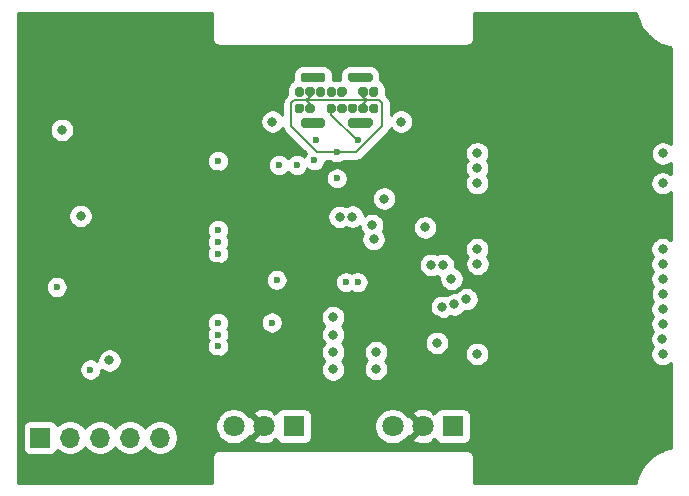
<source format=gbr>
%TF.GenerationSoftware,KiCad,Pcbnew,5.1.8-db9833491~87~ubuntu20.04.1*%
%TF.CreationDate,2020-11-05T18:08:50+01:00*%
%TF.ProjectId,rosalyn-tx,726f7361-6c79-46e2-9d74-782e6b696361,v1.0*%
%TF.SameCoordinates,Original*%
%TF.FileFunction,Copper,L3,Inr*%
%TF.FilePolarity,Positive*%
%FSLAX46Y46*%
G04 Gerber Fmt 4.6, Leading zero omitted, Abs format (unit mm)*
G04 Created by KiCad (PCBNEW 5.1.8-db9833491~87~ubuntu20.04.1) date 2020-11-05 18:08:50*
%MOMM*%
%LPD*%
G01*
G04 APERTURE LIST*
%TA.AperFunction,ComponentPad*%
%ADD10R,1.700000X1.700000*%
%TD*%
%TA.AperFunction,ComponentPad*%
%ADD11O,1.700000X1.700000*%
%TD*%
%TA.AperFunction,ComponentPad*%
%ADD12C,1.800000*%
%TD*%
%TA.AperFunction,ComponentPad*%
%ADD13R,1.800000X1.800000*%
%TD*%
%TA.AperFunction,ViaPad*%
%ADD14C,0.800000*%
%TD*%
%TA.AperFunction,ViaPad*%
%ADD15C,0.600000*%
%TD*%
%TA.AperFunction,Conductor*%
%ADD16C,0.200000*%
%TD*%
%TA.AperFunction,Conductor*%
%ADD17C,0.254000*%
%TD*%
%TA.AperFunction,Conductor*%
%ADD18C,0.100000*%
%TD*%
G04 APERTURE END LIST*
%TO.N,GND*%
%TO.C,J1*%
%TA.AperFunction,ComponentPad*%
G36*
G01*
X144590000Y-49630000D02*
X144590000Y-49230000D01*
G75*
G02*
X144790000Y-49030000I200000J0D01*
G01*
X146490000Y-49030000D01*
G75*
G02*
X146690000Y-49230000I0J-200000D01*
G01*
X146690000Y-49630000D01*
G75*
G02*
X146490000Y-49830000I-200000J0D01*
G01*
X144790000Y-49830000D01*
G75*
G02*
X144590000Y-49630000I0J200000D01*
G01*
G37*
%TD.AperFunction*%
%TA.AperFunction,ComponentPad*%
G36*
G01*
X148590000Y-49630000D02*
X148590000Y-49230000D01*
G75*
G02*
X148790000Y-49030000I200000J0D01*
G01*
X150490000Y-49030000D01*
G75*
G02*
X150690000Y-49230000I0J-200000D01*
G01*
X150690000Y-49630000D01*
G75*
G02*
X150490000Y-49830000I-200000J0D01*
G01*
X148790000Y-49830000D01*
G75*
G02*
X148590000Y-49630000I0J200000D01*
G01*
G37*
%TD.AperFunction*%
%TA.AperFunction,ComponentPad*%
G36*
G01*
X148590000Y-45770000D02*
X148590000Y-45370000D01*
G75*
G02*
X148790000Y-45170000I200000J0D01*
G01*
X150490000Y-45170000D01*
G75*
G02*
X150690000Y-45370000I0J-200000D01*
G01*
X150690000Y-45770000D01*
G75*
G02*
X150490000Y-45970000I-200000J0D01*
G01*
X148790000Y-45970000D01*
G75*
G02*
X148590000Y-45770000I0J200000D01*
G01*
G37*
%TD.AperFunction*%
%TA.AperFunction,ComponentPad*%
G36*
G01*
X144590000Y-45770000D02*
X144590000Y-45370000D01*
G75*
G02*
X144790000Y-45170000I200000J0D01*
G01*
X146490000Y-45170000D01*
G75*
G02*
X146690000Y-45370000I0J-200000D01*
G01*
X146690000Y-45770000D01*
G75*
G02*
X146490000Y-45970000I-200000J0D01*
G01*
X144790000Y-45970000D01*
G75*
G02*
X144590000Y-45770000I0J200000D01*
G01*
G37*
%TD.AperFunction*%
%TA.AperFunction,ComponentPad*%
G36*
G01*
X150390000Y-47000000D02*
X150390000Y-46600000D01*
G75*
G02*
X150590000Y-46400000I200000J0D01*
G01*
X150990000Y-46400000D01*
G75*
G02*
X151190000Y-46600000I0J-200000D01*
G01*
X151190000Y-47000000D01*
G75*
G02*
X150990000Y-47200000I-200000J0D01*
G01*
X150590000Y-47200000D01*
G75*
G02*
X150390000Y-47000000I0J200000D01*
G01*
G37*
%TD.AperFunction*%
%TO.N,vcc_usb*%
%TA.AperFunction,ComponentPad*%
G36*
G01*
X149490000Y-47000000D02*
X149490000Y-46600000D01*
G75*
G02*
X149690000Y-46400000I200000J0D01*
G01*
X150090000Y-46400000D01*
G75*
G02*
X150290000Y-46600000I0J-200000D01*
G01*
X150290000Y-47000000D01*
G75*
G02*
X150090000Y-47200000I-200000J0D01*
G01*
X149690000Y-47200000D01*
G75*
G02*
X149490000Y-47000000I0J200000D01*
G01*
G37*
%TD.AperFunction*%
%TO.N,usb_N*%
%TA.AperFunction,ComponentPad*%
G36*
G01*
X147690000Y-47000000D02*
X147690000Y-46600000D01*
G75*
G02*
X147890000Y-46400000I200000J0D01*
G01*
X148290000Y-46400000D01*
G75*
G02*
X148490000Y-46600000I0J-200000D01*
G01*
X148490000Y-47000000D01*
G75*
G02*
X148290000Y-47200000I-200000J0D01*
G01*
X147890000Y-47200000D01*
G75*
G02*
X147690000Y-47000000I0J200000D01*
G01*
G37*
%TD.AperFunction*%
%TO.N,usb_P*%
%TA.AperFunction,ComponentPad*%
G36*
G01*
X146790000Y-47000000D02*
X146790000Y-46600000D01*
G75*
G02*
X146990000Y-46400000I200000J0D01*
G01*
X147390000Y-46400000D01*
G75*
G02*
X147590000Y-46600000I0J-200000D01*
G01*
X147590000Y-47000000D01*
G75*
G02*
X147390000Y-47200000I-200000J0D01*
G01*
X146990000Y-47200000D01*
G75*
G02*
X146790000Y-47000000I0J200000D01*
G01*
G37*
%TD.AperFunction*%
%TO.N,Net-(J1-PadA5)*%
%TA.AperFunction,ComponentPad*%
G36*
G01*
X145890000Y-47000000D02*
X145890000Y-46600000D01*
G75*
G02*
X146090000Y-46400000I200000J0D01*
G01*
X146490000Y-46400000D01*
G75*
G02*
X146690000Y-46600000I0J-200000D01*
G01*
X146690000Y-47000000D01*
G75*
G02*
X146490000Y-47200000I-200000J0D01*
G01*
X146090000Y-47200000D01*
G75*
G02*
X145890000Y-47000000I0J200000D01*
G01*
G37*
%TD.AperFunction*%
%TO.N,vcc_usb*%
%TA.AperFunction,ComponentPad*%
G36*
G01*
X144990000Y-47000000D02*
X144990000Y-46600000D01*
G75*
G02*
X145190000Y-46400000I200000J0D01*
G01*
X145590000Y-46400000D01*
G75*
G02*
X145790000Y-46600000I0J-200000D01*
G01*
X145790000Y-47000000D01*
G75*
G02*
X145590000Y-47200000I-200000J0D01*
G01*
X145190000Y-47200000D01*
G75*
G02*
X144990000Y-47000000I0J200000D01*
G01*
G37*
%TD.AperFunction*%
%TO.N,GND*%
%TA.AperFunction,ComponentPad*%
G36*
G01*
X144090000Y-47000000D02*
X144090000Y-46600000D01*
G75*
G02*
X144290000Y-46400000I200000J0D01*
G01*
X144690000Y-46400000D01*
G75*
G02*
X144890000Y-46600000I0J-200000D01*
G01*
X144890000Y-47000000D01*
G75*
G02*
X144690000Y-47200000I-200000J0D01*
G01*
X144290000Y-47200000D01*
G75*
G02*
X144090000Y-47000000I0J200000D01*
G01*
G37*
%TD.AperFunction*%
%TA.AperFunction,ComponentPad*%
G36*
G01*
X144090000Y-48400000D02*
X144090000Y-48000000D01*
G75*
G02*
X144290000Y-47800000I200000J0D01*
G01*
X144690000Y-47800000D01*
G75*
G02*
X144890000Y-48000000I0J-200000D01*
G01*
X144890000Y-48400000D01*
G75*
G02*
X144690000Y-48600000I-200000J0D01*
G01*
X144290000Y-48600000D01*
G75*
G02*
X144090000Y-48400000I0J200000D01*
G01*
G37*
%TD.AperFunction*%
%TO.N,vcc_usb*%
%TA.AperFunction,ComponentPad*%
G36*
G01*
X144990000Y-48400000D02*
X144990000Y-48000000D01*
G75*
G02*
X145190000Y-47800000I200000J0D01*
G01*
X145590000Y-47800000D01*
G75*
G02*
X145790000Y-48000000I0J-200000D01*
G01*
X145790000Y-48400000D01*
G75*
G02*
X145590000Y-48600000I-200000J0D01*
G01*
X145190000Y-48600000D01*
G75*
G02*
X144990000Y-48400000I0J200000D01*
G01*
G37*
%TD.AperFunction*%
%TO.N,usb_N*%
%TA.AperFunction,ComponentPad*%
G36*
G01*
X146790000Y-48400000D02*
X146790000Y-48000000D01*
G75*
G02*
X146990000Y-47800000I200000J0D01*
G01*
X147390000Y-47800000D01*
G75*
G02*
X147590000Y-48000000I0J-200000D01*
G01*
X147590000Y-48400000D01*
G75*
G02*
X147390000Y-48600000I-200000J0D01*
G01*
X146990000Y-48600000D01*
G75*
G02*
X146790000Y-48400000I0J200000D01*
G01*
G37*
%TD.AperFunction*%
%TO.N,GND*%
%TA.AperFunction,ComponentPad*%
G36*
G01*
X150390000Y-48400000D02*
X150390000Y-48000000D01*
G75*
G02*
X150590000Y-47800000I200000J0D01*
G01*
X150990000Y-47800000D01*
G75*
G02*
X151190000Y-48000000I0J-200000D01*
G01*
X151190000Y-48400000D01*
G75*
G02*
X150990000Y-48600000I-200000J0D01*
G01*
X150590000Y-48600000D01*
G75*
G02*
X150390000Y-48400000I0J200000D01*
G01*
G37*
%TD.AperFunction*%
%TO.N,vcc_usb*%
%TA.AperFunction,ComponentPad*%
G36*
G01*
X149490000Y-48400000D02*
X149490000Y-48000000D01*
G75*
G02*
X149690000Y-47800000I200000J0D01*
G01*
X150090000Y-47800000D01*
G75*
G02*
X150290000Y-48000000I0J-200000D01*
G01*
X150290000Y-48400000D01*
G75*
G02*
X150090000Y-48600000I-200000J0D01*
G01*
X149690000Y-48600000D01*
G75*
G02*
X149490000Y-48400000I0J200000D01*
G01*
G37*
%TD.AperFunction*%
%TO.N,Net-(J1-PadB5)*%
%TA.AperFunction,ComponentPad*%
G36*
G01*
X148590000Y-48400000D02*
X148590000Y-48000000D01*
G75*
G02*
X148790000Y-47800000I200000J0D01*
G01*
X149190000Y-47800000D01*
G75*
G02*
X149390000Y-48000000I0J-200000D01*
G01*
X149390000Y-48400000D01*
G75*
G02*
X149190000Y-48600000I-200000J0D01*
G01*
X148790000Y-48600000D01*
G75*
G02*
X148590000Y-48400000I0J200000D01*
G01*
G37*
%TD.AperFunction*%
%TO.N,usb_P*%
%TA.AperFunction,ComponentPad*%
G36*
G01*
X147690000Y-48400000D02*
X147690000Y-48000000D01*
G75*
G02*
X147890000Y-47800000I200000J0D01*
G01*
X148290000Y-47800000D01*
G75*
G02*
X148490000Y-48000000I0J-200000D01*
G01*
X148490000Y-48400000D01*
G75*
G02*
X148290000Y-48600000I-200000J0D01*
G01*
X147890000Y-48600000D01*
G75*
G02*
X147690000Y-48400000I0J200000D01*
G01*
G37*
%TD.AperFunction*%
%TD*%
D10*
%TO.N,uart3_tx*%
%TO.C,J3*%
X122540000Y-76070000D03*
D11*
%TO.N,N/C*%
X125080000Y-76070000D03*
%TO.N,vcc_tng9x*%
X127620000Y-76070000D03*
%TO.N,GND*%
X130160000Y-76070000D03*
%TO.N,uart3_rx*%
X132700000Y-76070000D03*
%TD*%
D12*
%TO.N,Net-(D3-Pad3)*%
%TO.C,D3*%
X138920000Y-75100000D03*
%TO.N,+3V3*%
X141460000Y-75100000D03*
D13*
%TO.N,Net-(D3-Pad1)*%
X144000000Y-75100000D03*
%TD*%
%TO.N,Net-(D4-Pad1)*%
%TO.C,D4*%
X157460000Y-75100000D03*
D12*
%TO.N,+3V3*%
X154920000Y-75100000D03*
%TO.N,Net-(D4-Pad3)*%
X152380000Y-75100000D03*
%TD*%
D14*
%TO.N,GND*%
X159550000Y-68990000D03*
X175250000Y-69000000D03*
X175250000Y-54540000D03*
X175260000Y-52010000D03*
X159550000Y-52000000D03*
X159550000Y-53260000D03*
X159550000Y-54540000D03*
X159550000Y-60110000D03*
X155139998Y-58270000D03*
X150990000Y-68830000D03*
X125970000Y-57310000D03*
X124376312Y-50017943D03*
X147340000Y-65880000D03*
X159570000Y-61370002D03*
X142200000Y-49320000D03*
X153100000Y-49320000D03*
D15*
X142160000Y-66330000D03*
X144270000Y-53000000D03*
D14*
X156140000Y-68050000D03*
D15*
X137600000Y-52650000D03*
X137600000Y-60500000D03*
X137600000Y-68350000D03*
X126790000Y-70310000D03*
X123940000Y-63320000D03*
D14*
X128410000Y-69540000D03*
D15*
X142770000Y-53000000D03*
X142560000Y-62710000D03*
D14*
X150969529Y-70260153D03*
X147349988Y-67349988D03*
D15*
X147660000Y-54130000D03*
D14*
%TO.N,+3V3*%
X150990000Y-65880000D03*
X155170000Y-56740000D03*
D15*
X143720000Y-66320000D03*
X144290000Y-56450000D03*
D14*
X156130000Y-66150000D03*
X127149996Y-49940000D03*
D15*
X137600000Y-53640000D03*
X137600000Y-61490000D03*
X137600000Y-69350000D03*
D14*
X151000000Y-67350000D03*
D15*
X142780000Y-56460000D03*
%TO.N,vcc_usb*%
X147650000Y-51930000D03*
X145769998Y-52570000D03*
D14*
%TO.N,e22_nrst*%
X175249998Y-65190000D03*
X158627341Y-64344979D03*
%TO.N,e22_busy*%
X175250000Y-66450000D03*
X157614181Y-64794990D03*
%TO.N,uart1_rx*%
X147890000Y-57380000D03*
D15*
X137600000Y-58500000D03*
D14*
%TO.N,uart1_tx*%
X148980000Y-57370000D03*
D15*
X137600000Y-59500000D03*
D14*
%TO.N,e22_dio1*%
X175230000Y-67730000D03*
X156587020Y-65012978D03*
%TO.N,spi1_sck*%
X175250000Y-61380000D03*
X156645351Y-61470000D03*
%TO.N,spi1_miso*%
X155644231Y-61445801D03*
X175260000Y-63922341D03*
%TO.N,spi1_mosi*%
X175240589Y-62638060D03*
X157370361Y-62639962D03*
%TO.N,uart3_rx*%
X150650000Y-58090000D03*
D15*
X137600000Y-66350000D03*
D14*
%TO.N,uart3_tx*%
X150770000Y-59280000D03*
D15*
X137600000Y-67350000D03*
D14*
%TO.N,Net-(R7-Pad1)*%
X147340000Y-70300000D03*
D15*
X149430000Y-62910000D03*
%TO.N,Net-(C5-Pad1)*%
X148430000Y-62910000D03*
D14*
X147340000Y-68830000D03*
D15*
%TO.N,usb_N*%
X149420000Y-50900000D03*
%TO.N,usb_P*%
X145880000Y-50900000D03*
D14*
%TO.N,e22_nss*%
X175250000Y-60110000D03*
X151672502Y-55837500D03*
%TD*%
D16*
%TO.N,vcc_usb*%
X149890000Y-47200000D02*
X150190000Y-47500000D01*
X149890000Y-46800000D02*
X149890000Y-47200000D01*
X150190000Y-47500000D02*
X151220000Y-47500000D01*
X149278002Y-51930000D02*
X147650000Y-51930000D01*
X151490010Y-49717992D02*
X149278002Y-51930000D01*
X151490010Y-47770010D02*
X151490010Y-49717992D01*
X151220000Y-47500000D02*
X151490010Y-47770010D01*
X150180000Y-47500000D02*
X150190000Y-47500000D01*
X149890000Y-47790000D02*
X150180000Y-47500000D01*
X149890000Y-48200000D02*
X149890000Y-47790000D01*
X146021998Y-51930000D02*
X147650000Y-51930000D01*
X143789990Y-49697992D02*
X146021998Y-51930000D01*
X143789990Y-47780010D02*
X143789990Y-49697992D01*
X144070000Y-47500000D02*
X143789990Y-47780010D01*
X145390000Y-47200000D02*
X145090000Y-47500000D01*
X145390000Y-46800000D02*
X145390000Y-47200000D01*
X145090000Y-47500000D02*
X144070000Y-47500000D01*
X145390000Y-47800000D02*
X145090000Y-47500000D01*
X145390000Y-48200000D02*
X145390000Y-47800000D01*
X146782878Y-47500000D02*
X145090000Y-47500000D01*
X150180000Y-47500000D02*
X146782878Y-47500000D01*
%TO.N,usb_N*%
X149352878Y-50900000D02*
X149420000Y-50900000D01*
X147190000Y-48737122D02*
X149352878Y-50900000D01*
X147190000Y-48200000D02*
X147190000Y-48737122D01*
%TD*%
D17*
%TO.N,+3V3*%
X137090001Y-42217571D02*
X137086807Y-42250000D01*
X137099550Y-42379383D01*
X137137290Y-42503793D01*
X137198575Y-42618450D01*
X137281052Y-42718948D01*
X137381550Y-42801425D01*
X137496207Y-42862710D01*
X137620617Y-42900450D01*
X137717581Y-42910000D01*
X137750000Y-42913193D01*
X137782419Y-42910000D01*
X158567581Y-42910000D01*
X158600000Y-42913193D01*
X158632419Y-42910000D01*
X158729383Y-42900450D01*
X158853793Y-42862710D01*
X158968450Y-42801425D01*
X159068948Y-42718948D01*
X159151425Y-42618450D01*
X159212710Y-42503793D01*
X159250450Y-42379383D01*
X159263193Y-42250000D01*
X159260000Y-42217581D01*
X159260000Y-40110000D01*
X173003604Y-40110000D01*
X173004889Y-40122222D01*
X173016921Y-40180832D01*
X173028127Y-40239580D01*
X173030791Y-40248402D01*
X173203928Y-40807715D01*
X173227098Y-40862833D01*
X173249516Y-40918322D01*
X173253843Y-40926458D01*
X173532319Y-41441490D01*
X173565757Y-41491064D01*
X173598524Y-41541138D01*
X173604348Y-41548279D01*
X173977558Y-41999412D01*
X174020029Y-42041588D01*
X174061857Y-42084301D01*
X174068957Y-42090175D01*
X174522686Y-42460227D01*
X174572494Y-42493320D01*
X174621868Y-42527127D01*
X174629974Y-42531510D01*
X175146939Y-42806384D01*
X175202251Y-42829182D01*
X175257225Y-42852744D01*
X175266028Y-42855469D01*
X175826536Y-43024696D01*
X175885224Y-43036316D01*
X175940000Y-43047960D01*
X175940000Y-51226289D01*
X175919774Y-51206063D01*
X175750256Y-51092795D01*
X175561898Y-51014774D01*
X175361939Y-50975000D01*
X175158061Y-50975000D01*
X174958102Y-51014774D01*
X174769744Y-51092795D01*
X174600226Y-51206063D01*
X174456063Y-51350226D01*
X174342795Y-51519744D01*
X174264774Y-51708102D01*
X174225000Y-51908061D01*
X174225000Y-52111939D01*
X174264774Y-52311898D01*
X174342795Y-52500256D01*
X174456063Y-52669774D01*
X174600226Y-52813937D01*
X174769744Y-52927205D01*
X174958102Y-53005226D01*
X175158061Y-53045000D01*
X175361939Y-53045000D01*
X175561898Y-53005226D01*
X175750256Y-52927205D01*
X175919774Y-52813937D01*
X175940000Y-52793711D01*
X175940000Y-53766289D01*
X175909774Y-53736063D01*
X175740256Y-53622795D01*
X175551898Y-53544774D01*
X175351939Y-53505000D01*
X175148061Y-53505000D01*
X174948102Y-53544774D01*
X174759744Y-53622795D01*
X174590226Y-53736063D01*
X174446063Y-53880226D01*
X174332795Y-54049744D01*
X174254774Y-54238102D01*
X174215000Y-54438061D01*
X174215000Y-54641939D01*
X174254774Y-54841898D01*
X174332795Y-55030256D01*
X174446063Y-55199774D01*
X174590226Y-55343937D01*
X174759744Y-55457205D01*
X174948102Y-55535226D01*
X175148061Y-55575000D01*
X175351939Y-55575000D01*
X175551898Y-55535226D01*
X175740256Y-55457205D01*
X175909774Y-55343937D01*
X175940000Y-55313711D01*
X175940000Y-59336289D01*
X175909774Y-59306063D01*
X175740256Y-59192795D01*
X175551898Y-59114774D01*
X175351939Y-59075000D01*
X175148061Y-59075000D01*
X174948102Y-59114774D01*
X174759744Y-59192795D01*
X174590226Y-59306063D01*
X174446063Y-59450226D01*
X174332795Y-59619744D01*
X174254774Y-59808102D01*
X174215000Y-60008061D01*
X174215000Y-60211939D01*
X174254774Y-60411898D01*
X174332795Y-60600256D01*
X174429510Y-60745000D01*
X174332795Y-60889744D01*
X174254774Y-61078102D01*
X174215000Y-61278061D01*
X174215000Y-61481939D01*
X174254774Y-61681898D01*
X174332795Y-61870256D01*
X174420815Y-62001988D01*
X174323384Y-62147804D01*
X174245363Y-62336162D01*
X174205589Y-62536121D01*
X174205589Y-62739999D01*
X174245363Y-62939958D01*
X174323384Y-63128316D01*
X174434575Y-63294726D01*
X174342795Y-63432085D01*
X174264774Y-63620443D01*
X174225000Y-63820402D01*
X174225000Y-64024280D01*
X174264774Y-64224239D01*
X174342795Y-64412597D01*
X174433726Y-64548686D01*
X174332793Y-64699744D01*
X174254772Y-64888102D01*
X174214998Y-65088061D01*
X174214998Y-65291939D01*
X174254772Y-65491898D01*
X174332793Y-65680256D01*
X174426168Y-65820001D01*
X174332795Y-65959744D01*
X174254774Y-66148102D01*
X174215000Y-66348061D01*
X174215000Y-66551939D01*
X174254774Y-66751898D01*
X174332795Y-66940256D01*
X174422850Y-67075034D01*
X174312795Y-67239744D01*
X174234774Y-67428102D01*
X174195000Y-67628061D01*
X174195000Y-67831939D01*
X174234774Y-68031898D01*
X174312795Y-68220256D01*
X174419510Y-68379966D01*
X174332795Y-68509744D01*
X174254774Y-68698102D01*
X174215000Y-68898061D01*
X174215000Y-69101939D01*
X174254774Y-69301898D01*
X174332795Y-69490256D01*
X174446063Y-69659774D01*
X174590226Y-69803937D01*
X174759744Y-69917205D01*
X174948102Y-69995226D01*
X175148061Y-70035000D01*
X175351939Y-70035000D01*
X175551898Y-69995226D01*
X175740256Y-69917205D01*
X175909774Y-69803937D01*
X175940001Y-69773710D01*
X175940001Y-76953605D01*
X175927777Y-76954890D01*
X175869191Y-76966916D01*
X175810420Y-76978127D01*
X175801598Y-76980790D01*
X175242285Y-77153928D01*
X175187167Y-77177098D01*
X175131678Y-77199516D01*
X175123542Y-77203843D01*
X174608510Y-77482319D01*
X174558936Y-77515757D01*
X174508862Y-77548524D01*
X174501721Y-77554348D01*
X174050588Y-77927558D01*
X174008431Y-77970010D01*
X173965699Y-78011856D01*
X173959825Y-78018957D01*
X173589773Y-78472685D01*
X173556679Y-78522496D01*
X173522873Y-78571868D01*
X173518490Y-78579974D01*
X173243616Y-79096938D01*
X173220812Y-79152265D01*
X173197256Y-79207225D01*
X173194531Y-79216029D01*
X173025304Y-79776536D01*
X173013682Y-79835231D01*
X173002040Y-79890000D01*
X159260000Y-79890000D01*
X159260000Y-77782419D01*
X159263193Y-77750000D01*
X159250450Y-77620617D01*
X159212710Y-77496207D01*
X159151425Y-77381550D01*
X159068948Y-77281052D01*
X158968450Y-77198575D01*
X158853793Y-77137290D01*
X158729383Y-77099550D01*
X158632419Y-77090000D01*
X158600000Y-77086807D01*
X158567581Y-77090000D01*
X137782419Y-77090000D01*
X137750000Y-77086807D01*
X137717581Y-77090000D01*
X137620617Y-77099550D01*
X137496207Y-77137290D01*
X137381550Y-77198575D01*
X137281052Y-77281052D01*
X137198575Y-77381550D01*
X137137290Y-77496207D01*
X137099550Y-77620617D01*
X137086807Y-77750000D01*
X137090001Y-77782429D01*
X137090000Y-79890000D01*
X120660000Y-79890000D01*
X120660000Y-75220000D01*
X121051928Y-75220000D01*
X121051928Y-76920000D01*
X121064188Y-77044482D01*
X121100498Y-77164180D01*
X121159463Y-77274494D01*
X121238815Y-77371185D01*
X121335506Y-77450537D01*
X121445820Y-77509502D01*
X121565518Y-77545812D01*
X121690000Y-77558072D01*
X123390000Y-77558072D01*
X123514482Y-77545812D01*
X123634180Y-77509502D01*
X123744494Y-77450537D01*
X123841185Y-77371185D01*
X123920537Y-77274494D01*
X123979502Y-77164180D01*
X124001513Y-77091620D01*
X124133368Y-77223475D01*
X124376589Y-77385990D01*
X124646842Y-77497932D01*
X124933740Y-77555000D01*
X125226260Y-77555000D01*
X125513158Y-77497932D01*
X125783411Y-77385990D01*
X126026632Y-77223475D01*
X126233475Y-77016632D01*
X126350000Y-76842240D01*
X126466525Y-77016632D01*
X126673368Y-77223475D01*
X126916589Y-77385990D01*
X127186842Y-77497932D01*
X127473740Y-77555000D01*
X127766260Y-77555000D01*
X128053158Y-77497932D01*
X128323411Y-77385990D01*
X128566632Y-77223475D01*
X128773475Y-77016632D01*
X128890000Y-76842240D01*
X129006525Y-77016632D01*
X129213368Y-77223475D01*
X129456589Y-77385990D01*
X129726842Y-77497932D01*
X130013740Y-77555000D01*
X130306260Y-77555000D01*
X130593158Y-77497932D01*
X130863411Y-77385990D01*
X131106632Y-77223475D01*
X131313475Y-77016632D01*
X131430000Y-76842240D01*
X131546525Y-77016632D01*
X131753368Y-77223475D01*
X131996589Y-77385990D01*
X132266842Y-77497932D01*
X132553740Y-77555000D01*
X132846260Y-77555000D01*
X133133158Y-77497932D01*
X133403411Y-77385990D01*
X133646632Y-77223475D01*
X133853475Y-77016632D01*
X134015990Y-76773411D01*
X134127932Y-76503158D01*
X134185000Y-76216260D01*
X134185000Y-75923740D01*
X134127932Y-75636842D01*
X134015990Y-75366589D01*
X133853475Y-75123368D01*
X133678923Y-74948816D01*
X137385000Y-74948816D01*
X137385000Y-75251184D01*
X137443989Y-75547743D01*
X137559701Y-75827095D01*
X137727688Y-76078505D01*
X137941495Y-76292312D01*
X138192905Y-76460299D01*
X138472257Y-76576011D01*
X138768816Y-76635000D01*
X139071184Y-76635000D01*
X139367743Y-76576011D01*
X139647095Y-76460299D01*
X139898505Y-76292312D01*
X140112312Y-76078505D01*
X140214951Y-75924895D01*
X140395920Y-75984475D01*
X141280395Y-75100000D01*
X140395920Y-74215525D01*
X140214951Y-74275105D01*
X140112312Y-74121495D01*
X140026737Y-74035920D01*
X140575525Y-74035920D01*
X141460000Y-74920395D01*
X141474143Y-74906253D01*
X141653748Y-75085858D01*
X141639605Y-75100000D01*
X141653748Y-75114143D01*
X141474143Y-75293748D01*
X141460000Y-75279605D01*
X140575525Y-76164080D01*
X140659208Y-76418261D01*
X140931775Y-76549158D01*
X141224642Y-76624365D01*
X141526553Y-76640991D01*
X141825907Y-76598397D01*
X142111199Y-76498222D01*
X142260792Y-76418261D01*
X142344474Y-76164082D01*
X142460422Y-76280030D01*
X142507187Y-76233265D01*
X142510498Y-76244180D01*
X142569463Y-76354494D01*
X142648815Y-76451185D01*
X142745506Y-76530537D01*
X142855820Y-76589502D01*
X142975518Y-76625812D01*
X143100000Y-76638072D01*
X144900000Y-76638072D01*
X145024482Y-76625812D01*
X145144180Y-76589502D01*
X145254494Y-76530537D01*
X145351185Y-76451185D01*
X145430537Y-76354494D01*
X145489502Y-76244180D01*
X145525812Y-76124482D01*
X145538072Y-76000000D01*
X145538072Y-74948816D01*
X150845000Y-74948816D01*
X150845000Y-75251184D01*
X150903989Y-75547743D01*
X151019701Y-75827095D01*
X151187688Y-76078505D01*
X151401495Y-76292312D01*
X151652905Y-76460299D01*
X151932257Y-76576011D01*
X152228816Y-76635000D01*
X152531184Y-76635000D01*
X152827743Y-76576011D01*
X153107095Y-76460299D01*
X153358505Y-76292312D01*
X153572312Y-76078505D01*
X153674951Y-75924895D01*
X153855920Y-75984475D01*
X154740395Y-75100000D01*
X153855920Y-74215525D01*
X153674951Y-74275105D01*
X153572312Y-74121495D01*
X153486737Y-74035920D01*
X154035525Y-74035920D01*
X154920000Y-74920395D01*
X154934143Y-74906253D01*
X155113748Y-75085858D01*
X155099605Y-75100000D01*
X155113748Y-75114143D01*
X154934143Y-75293748D01*
X154920000Y-75279605D01*
X154035525Y-76164080D01*
X154119208Y-76418261D01*
X154391775Y-76549158D01*
X154684642Y-76624365D01*
X154986553Y-76640991D01*
X155285907Y-76598397D01*
X155571199Y-76498222D01*
X155720792Y-76418261D01*
X155804474Y-76164082D01*
X155920422Y-76280030D01*
X155967187Y-76233265D01*
X155970498Y-76244180D01*
X156029463Y-76354494D01*
X156108815Y-76451185D01*
X156205506Y-76530537D01*
X156315820Y-76589502D01*
X156435518Y-76625812D01*
X156560000Y-76638072D01*
X158360000Y-76638072D01*
X158484482Y-76625812D01*
X158604180Y-76589502D01*
X158714494Y-76530537D01*
X158811185Y-76451185D01*
X158890537Y-76354494D01*
X158949502Y-76244180D01*
X158985812Y-76124482D01*
X158998072Y-76000000D01*
X158998072Y-74200000D01*
X158985812Y-74075518D01*
X158949502Y-73955820D01*
X158890537Y-73845506D01*
X158811185Y-73748815D01*
X158714494Y-73669463D01*
X158604180Y-73610498D01*
X158484482Y-73574188D01*
X158360000Y-73561928D01*
X156560000Y-73561928D01*
X156435518Y-73574188D01*
X156315820Y-73610498D01*
X156205506Y-73669463D01*
X156108815Y-73748815D01*
X156029463Y-73845506D01*
X155970498Y-73955820D01*
X155967187Y-73966735D01*
X155920422Y-73919970D01*
X155804474Y-74035918D01*
X155720792Y-73781739D01*
X155448225Y-73650842D01*
X155155358Y-73575635D01*
X154853447Y-73559009D01*
X154554093Y-73601603D01*
X154268801Y-73701778D01*
X154119208Y-73781739D01*
X154035525Y-74035920D01*
X153486737Y-74035920D01*
X153358505Y-73907688D01*
X153107095Y-73739701D01*
X152827743Y-73623989D01*
X152531184Y-73565000D01*
X152228816Y-73565000D01*
X151932257Y-73623989D01*
X151652905Y-73739701D01*
X151401495Y-73907688D01*
X151187688Y-74121495D01*
X151019701Y-74372905D01*
X150903989Y-74652257D01*
X150845000Y-74948816D01*
X145538072Y-74948816D01*
X145538072Y-74200000D01*
X145525812Y-74075518D01*
X145489502Y-73955820D01*
X145430537Y-73845506D01*
X145351185Y-73748815D01*
X145254494Y-73669463D01*
X145144180Y-73610498D01*
X145024482Y-73574188D01*
X144900000Y-73561928D01*
X143100000Y-73561928D01*
X142975518Y-73574188D01*
X142855820Y-73610498D01*
X142745506Y-73669463D01*
X142648815Y-73748815D01*
X142569463Y-73845506D01*
X142510498Y-73955820D01*
X142507187Y-73966735D01*
X142460422Y-73919970D01*
X142344474Y-74035918D01*
X142260792Y-73781739D01*
X141988225Y-73650842D01*
X141695358Y-73575635D01*
X141393447Y-73559009D01*
X141094093Y-73601603D01*
X140808801Y-73701778D01*
X140659208Y-73781739D01*
X140575525Y-74035920D01*
X140026737Y-74035920D01*
X139898505Y-73907688D01*
X139647095Y-73739701D01*
X139367743Y-73623989D01*
X139071184Y-73565000D01*
X138768816Y-73565000D01*
X138472257Y-73623989D01*
X138192905Y-73739701D01*
X137941495Y-73907688D01*
X137727688Y-74121495D01*
X137559701Y-74372905D01*
X137443989Y-74652257D01*
X137385000Y-74948816D01*
X133678923Y-74948816D01*
X133646632Y-74916525D01*
X133403411Y-74754010D01*
X133133158Y-74642068D01*
X132846260Y-74585000D01*
X132553740Y-74585000D01*
X132266842Y-74642068D01*
X131996589Y-74754010D01*
X131753368Y-74916525D01*
X131546525Y-75123368D01*
X131430000Y-75297760D01*
X131313475Y-75123368D01*
X131106632Y-74916525D01*
X130863411Y-74754010D01*
X130593158Y-74642068D01*
X130306260Y-74585000D01*
X130013740Y-74585000D01*
X129726842Y-74642068D01*
X129456589Y-74754010D01*
X129213368Y-74916525D01*
X129006525Y-75123368D01*
X128890000Y-75297760D01*
X128773475Y-75123368D01*
X128566632Y-74916525D01*
X128323411Y-74754010D01*
X128053158Y-74642068D01*
X127766260Y-74585000D01*
X127473740Y-74585000D01*
X127186842Y-74642068D01*
X126916589Y-74754010D01*
X126673368Y-74916525D01*
X126466525Y-75123368D01*
X126350000Y-75297760D01*
X126233475Y-75123368D01*
X126026632Y-74916525D01*
X125783411Y-74754010D01*
X125513158Y-74642068D01*
X125226260Y-74585000D01*
X124933740Y-74585000D01*
X124646842Y-74642068D01*
X124376589Y-74754010D01*
X124133368Y-74916525D01*
X124001513Y-75048380D01*
X123979502Y-74975820D01*
X123920537Y-74865506D01*
X123841185Y-74768815D01*
X123744494Y-74689463D01*
X123634180Y-74630498D01*
X123514482Y-74594188D01*
X123390000Y-74581928D01*
X121690000Y-74581928D01*
X121565518Y-74594188D01*
X121445820Y-74630498D01*
X121335506Y-74689463D01*
X121238815Y-74768815D01*
X121159463Y-74865506D01*
X121100498Y-74975820D01*
X121064188Y-75095518D01*
X121051928Y-75220000D01*
X120660000Y-75220000D01*
X120660000Y-70217911D01*
X125855000Y-70217911D01*
X125855000Y-70402089D01*
X125890932Y-70582729D01*
X125961414Y-70752889D01*
X126063738Y-70906028D01*
X126193972Y-71036262D01*
X126347111Y-71138586D01*
X126517271Y-71209068D01*
X126697911Y-71245000D01*
X126882089Y-71245000D01*
X127062729Y-71209068D01*
X127232889Y-71138586D01*
X127386028Y-71036262D01*
X127516262Y-70906028D01*
X127618586Y-70752889D01*
X127689068Y-70582729D01*
X127725000Y-70402089D01*
X127725000Y-70318711D01*
X127750226Y-70343937D01*
X127919744Y-70457205D01*
X128108102Y-70535226D01*
X128308061Y-70575000D01*
X128511939Y-70575000D01*
X128711898Y-70535226D01*
X128900256Y-70457205D01*
X129069774Y-70343937D01*
X129213937Y-70199774D01*
X129327205Y-70030256D01*
X129405226Y-69841898D01*
X129445000Y-69641939D01*
X129445000Y-69438061D01*
X129405226Y-69238102D01*
X129327205Y-69049744D01*
X129213937Y-68880226D01*
X129069774Y-68736063D01*
X128900256Y-68622795D01*
X128711898Y-68544774D01*
X128511939Y-68505000D01*
X128308061Y-68505000D01*
X128108102Y-68544774D01*
X127919744Y-68622795D01*
X127750226Y-68736063D01*
X127606063Y-68880226D01*
X127492795Y-69049744D01*
X127414774Y-69238102D01*
X127375000Y-69438061D01*
X127375000Y-69576369D01*
X127232889Y-69481414D01*
X127062729Y-69410932D01*
X126882089Y-69375000D01*
X126697911Y-69375000D01*
X126517271Y-69410932D01*
X126347111Y-69481414D01*
X126193972Y-69583738D01*
X126063738Y-69713972D01*
X125961414Y-69867111D01*
X125890932Y-70037271D01*
X125855000Y-70217911D01*
X120660000Y-70217911D01*
X120660000Y-66257911D01*
X136665000Y-66257911D01*
X136665000Y-66442089D01*
X136700932Y-66622729D01*
X136771414Y-66792889D01*
X136809574Y-66850000D01*
X136771414Y-66907111D01*
X136700932Y-67077271D01*
X136665000Y-67257911D01*
X136665000Y-67442089D01*
X136700932Y-67622729D01*
X136771414Y-67792889D01*
X136809574Y-67850000D01*
X136771414Y-67907111D01*
X136700932Y-68077271D01*
X136665000Y-68257911D01*
X136665000Y-68442089D01*
X136700932Y-68622729D01*
X136771414Y-68792889D01*
X136873738Y-68946028D01*
X137003972Y-69076262D01*
X137157111Y-69178586D01*
X137327271Y-69249068D01*
X137507911Y-69285000D01*
X137692089Y-69285000D01*
X137872729Y-69249068D01*
X138042889Y-69178586D01*
X138196028Y-69076262D01*
X138326262Y-68946028D01*
X138428586Y-68792889D01*
X138499068Y-68622729D01*
X138535000Y-68442089D01*
X138535000Y-68257911D01*
X138499068Y-68077271D01*
X138428586Y-67907111D01*
X138390426Y-67850000D01*
X138428586Y-67792889D01*
X138499068Y-67622729D01*
X138535000Y-67442089D01*
X138535000Y-67257911D01*
X138499068Y-67077271D01*
X138428586Y-66907111D01*
X138390426Y-66850000D01*
X138428586Y-66792889D01*
X138499068Y-66622729D01*
X138535000Y-66442089D01*
X138535000Y-66257911D01*
X138531022Y-66237911D01*
X141225000Y-66237911D01*
X141225000Y-66422089D01*
X141260932Y-66602729D01*
X141331414Y-66772889D01*
X141433738Y-66926028D01*
X141563972Y-67056262D01*
X141717111Y-67158586D01*
X141887271Y-67229068D01*
X142067911Y-67265000D01*
X142252089Y-67265000D01*
X142432729Y-67229068D01*
X142602889Y-67158586D01*
X142756028Y-67056262D01*
X142886262Y-66926028D01*
X142988586Y-66772889D01*
X143059068Y-66602729D01*
X143095000Y-66422089D01*
X143095000Y-66237911D01*
X143059068Y-66057271D01*
X142988586Y-65887111D01*
X142915722Y-65778061D01*
X146305000Y-65778061D01*
X146305000Y-65981939D01*
X146344774Y-66181898D01*
X146422795Y-66370256D01*
X146536063Y-66539774D01*
X146616277Y-66619988D01*
X146546051Y-66690214D01*
X146432783Y-66859732D01*
X146354762Y-67048090D01*
X146314988Y-67248049D01*
X146314988Y-67451927D01*
X146354762Y-67651886D01*
X146432783Y-67840244D01*
X146546051Y-68009762D01*
X146621289Y-68085000D01*
X146536063Y-68170226D01*
X146422795Y-68339744D01*
X146344774Y-68528102D01*
X146305000Y-68728061D01*
X146305000Y-68931939D01*
X146344774Y-69131898D01*
X146422795Y-69320256D01*
X146536063Y-69489774D01*
X146611289Y-69565000D01*
X146536063Y-69640226D01*
X146422795Y-69809744D01*
X146344774Y-69998102D01*
X146305000Y-70198061D01*
X146305000Y-70401939D01*
X146344774Y-70601898D01*
X146422795Y-70790256D01*
X146536063Y-70959774D01*
X146680226Y-71103937D01*
X146849744Y-71217205D01*
X147038102Y-71295226D01*
X147238061Y-71335000D01*
X147441939Y-71335000D01*
X147641898Y-71295226D01*
X147830256Y-71217205D01*
X147999774Y-71103937D01*
X148143937Y-70959774D01*
X148257205Y-70790256D01*
X148335226Y-70601898D01*
X148375000Y-70401939D01*
X148375000Y-70198061D01*
X148367075Y-70158214D01*
X149934529Y-70158214D01*
X149934529Y-70362092D01*
X149974303Y-70562051D01*
X150052324Y-70750409D01*
X150165592Y-70919927D01*
X150309755Y-71064090D01*
X150479273Y-71177358D01*
X150667631Y-71255379D01*
X150867590Y-71295153D01*
X151071468Y-71295153D01*
X151271427Y-71255379D01*
X151459785Y-71177358D01*
X151629303Y-71064090D01*
X151773466Y-70919927D01*
X151886734Y-70750409D01*
X151964755Y-70562051D01*
X152004529Y-70362092D01*
X152004529Y-70158214D01*
X151964755Y-69958255D01*
X151886734Y-69769897D01*
X151773466Y-69600379D01*
X151728399Y-69555312D01*
X151793937Y-69489774D01*
X151907205Y-69320256D01*
X151985226Y-69131898D01*
X152025000Y-68931939D01*
X152025000Y-68728061D01*
X151985226Y-68528102D01*
X151907205Y-68339744D01*
X151793937Y-68170226D01*
X151649774Y-68026063D01*
X151533036Y-67948061D01*
X155105000Y-67948061D01*
X155105000Y-68151939D01*
X155144774Y-68351898D01*
X155222795Y-68540256D01*
X155336063Y-68709774D01*
X155480226Y-68853937D01*
X155649744Y-68967205D01*
X155838102Y-69045226D01*
X156038061Y-69085000D01*
X156241939Y-69085000D01*
X156441898Y-69045226D01*
X156630256Y-68967205D01*
X156748703Y-68888061D01*
X158515000Y-68888061D01*
X158515000Y-69091939D01*
X158554774Y-69291898D01*
X158632795Y-69480256D01*
X158746063Y-69649774D01*
X158890226Y-69793937D01*
X159059744Y-69907205D01*
X159248102Y-69985226D01*
X159448061Y-70025000D01*
X159651939Y-70025000D01*
X159851898Y-69985226D01*
X160040256Y-69907205D01*
X160209774Y-69793937D01*
X160353937Y-69649774D01*
X160467205Y-69480256D01*
X160545226Y-69291898D01*
X160585000Y-69091939D01*
X160585000Y-68888061D01*
X160545226Y-68688102D01*
X160467205Y-68499744D01*
X160353937Y-68330226D01*
X160209774Y-68186063D01*
X160040256Y-68072795D01*
X159851898Y-67994774D01*
X159651939Y-67955000D01*
X159448061Y-67955000D01*
X159248102Y-67994774D01*
X159059744Y-68072795D01*
X158890226Y-68186063D01*
X158746063Y-68330226D01*
X158632795Y-68499744D01*
X158554774Y-68688102D01*
X158515000Y-68888061D01*
X156748703Y-68888061D01*
X156799774Y-68853937D01*
X156943937Y-68709774D01*
X157057205Y-68540256D01*
X157135226Y-68351898D01*
X157175000Y-68151939D01*
X157175000Y-67948061D01*
X157135226Y-67748102D01*
X157057205Y-67559744D01*
X156943937Y-67390226D01*
X156799774Y-67246063D01*
X156630256Y-67132795D01*
X156441898Y-67054774D01*
X156241939Y-67015000D01*
X156038061Y-67015000D01*
X155838102Y-67054774D01*
X155649744Y-67132795D01*
X155480226Y-67246063D01*
X155336063Y-67390226D01*
X155222795Y-67559744D01*
X155144774Y-67748102D01*
X155105000Y-67948061D01*
X151533036Y-67948061D01*
X151480256Y-67912795D01*
X151291898Y-67834774D01*
X151091939Y-67795000D01*
X150888061Y-67795000D01*
X150688102Y-67834774D01*
X150499744Y-67912795D01*
X150330226Y-68026063D01*
X150186063Y-68170226D01*
X150072795Y-68339744D01*
X149994774Y-68528102D01*
X149955000Y-68728061D01*
X149955000Y-68931939D01*
X149994774Y-69131898D01*
X150072795Y-69320256D01*
X150186063Y-69489774D01*
X150231130Y-69534841D01*
X150165592Y-69600379D01*
X150052324Y-69769897D01*
X149974303Y-69958255D01*
X149934529Y-70158214D01*
X148367075Y-70158214D01*
X148335226Y-69998102D01*
X148257205Y-69809744D01*
X148143937Y-69640226D01*
X148068711Y-69565000D01*
X148143937Y-69489774D01*
X148257205Y-69320256D01*
X148335226Y-69131898D01*
X148375000Y-68931939D01*
X148375000Y-68728061D01*
X148335226Y-68528102D01*
X148257205Y-68339744D01*
X148143937Y-68170226D01*
X148068699Y-68094988D01*
X148153925Y-68009762D01*
X148267193Y-67840244D01*
X148345214Y-67651886D01*
X148384988Y-67451927D01*
X148384988Y-67248049D01*
X148345214Y-67048090D01*
X148267193Y-66859732D01*
X148153925Y-66690214D01*
X148073711Y-66610000D01*
X148143937Y-66539774D01*
X148257205Y-66370256D01*
X148335226Y-66181898D01*
X148375000Y-65981939D01*
X148375000Y-65778061D01*
X148335226Y-65578102D01*
X148257205Y-65389744D01*
X148143937Y-65220226D01*
X147999774Y-65076063D01*
X147830256Y-64962795D01*
X147705307Y-64911039D01*
X155552020Y-64911039D01*
X155552020Y-65114917D01*
X155591794Y-65314876D01*
X155669815Y-65503234D01*
X155783083Y-65672752D01*
X155927246Y-65816915D01*
X156096764Y-65930183D01*
X156285122Y-66008204D01*
X156485081Y-66047978D01*
X156688959Y-66047978D01*
X156888918Y-66008204D01*
X157077276Y-65930183D01*
X157246794Y-65816915D01*
X157284854Y-65778855D01*
X157312283Y-65790216D01*
X157512242Y-65829990D01*
X157716120Y-65829990D01*
X157916079Y-65790216D01*
X158104437Y-65712195D01*
X158273955Y-65598927D01*
X158418118Y-65454764D01*
X158474811Y-65369916D01*
X158525402Y-65379979D01*
X158729280Y-65379979D01*
X158929239Y-65340205D01*
X159117597Y-65262184D01*
X159287115Y-65148916D01*
X159431278Y-65004753D01*
X159544546Y-64835235D01*
X159622567Y-64646877D01*
X159662341Y-64446918D01*
X159662341Y-64243040D01*
X159622567Y-64043081D01*
X159544546Y-63854723D01*
X159431278Y-63685205D01*
X159287115Y-63541042D01*
X159117597Y-63427774D01*
X158929239Y-63349753D01*
X158729280Y-63309979D01*
X158525402Y-63309979D01*
X158325443Y-63349753D01*
X158137085Y-63427774D01*
X157967567Y-63541042D01*
X157823404Y-63685205D01*
X157766711Y-63770053D01*
X157716120Y-63759990D01*
X157512242Y-63759990D01*
X157312283Y-63799764D01*
X157123925Y-63877785D01*
X156954407Y-63991053D01*
X156916347Y-64029113D01*
X156888918Y-64017752D01*
X156688959Y-63977978D01*
X156485081Y-63977978D01*
X156285122Y-64017752D01*
X156096764Y-64095773D01*
X155927246Y-64209041D01*
X155783083Y-64353204D01*
X155669815Y-64522722D01*
X155591794Y-64711080D01*
X155552020Y-64911039D01*
X147705307Y-64911039D01*
X147641898Y-64884774D01*
X147441939Y-64845000D01*
X147238061Y-64845000D01*
X147038102Y-64884774D01*
X146849744Y-64962795D01*
X146680226Y-65076063D01*
X146536063Y-65220226D01*
X146422795Y-65389744D01*
X146344774Y-65578102D01*
X146305000Y-65778061D01*
X142915722Y-65778061D01*
X142886262Y-65733972D01*
X142756028Y-65603738D01*
X142602889Y-65501414D01*
X142432729Y-65430932D01*
X142252089Y-65395000D01*
X142067911Y-65395000D01*
X141887271Y-65430932D01*
X141717111Y-65501414D01*
X141563972Y-65603738D01*
X141433738Y-65733972D01*
X141331414Y-65887111D01*
X141260932Y-66057271D01*
X141225000Y-66237911D01*
X138531022Y-66237911D01*
X138499068Y-66077271D01*
X138428586Y-65907111D01*
X138326262Y-65753972D01*
X138196028Y-65623738D01*
X138042889Y-65521414D01*
X137872729Y-65450932D01*
X137692089Y-65415000D01*
X137507911Y-65415000D01*
X137327271Y-65450932D01*
X137157111Y-65521414D01*
X137003972Y-65623738D01*
X136873738Y-65753972D01*
X136771414Y-65907111D01*
X136700932Y-66077271D01*
X136665000Y-66257911D01*
X120660000Y-66257911D01*
X120660000Y-63227911D01*
X123005000Y-63227911D01*
X123005000Y-63412089D01*
X123040932Y-63592729D01*
X123111414Y-63762889D01*
X123213738Y-63916028D01*
X123343972Y-64046262D01*
X123497111Y-64148586D01*
X123667271Y-64219068D01*
X123847911Y-64255000D01*
X124032089Y-64255000D01*
X124212729Y-64219068D01*
X124382889Y-64148586D01*
X124536028Y-64046262D01*
X124666262Y-63916028D01*
X124768586Y-63762889D01*
X124839068Y-63592729D01*
X124875000Y-63412089D01*
X124875000Y-63227911D01*
X124839068Y-63047271D01*
X124768586Y-62877111D01*
X124666262Y-62723972D01*
X124560201Y-62617911D01*
X141625000Y-62617911D01*
X141625000Y-62802089D01*
X141660932Y-62982729D01*
X141731414Y-63152889D01*
X141833738Y-63306028D01*
X141963972Y-63436262D01*
X142117111Y-63538586D01*
X142287271Y-63609068D01*
X142467911Y-63645000D01*
X142652089Y-63645000D01*
X142832729Y-63609068D01*
X143002889Y-63538586D01*
X143156028Y-63436262D01*
X143286262Y-63306028D01*
X143388586Y-63152889D01*
X143459068Y-62982729D01*
X143491852Y-62817911D01*
X147495000Y-62817911D01*
X147495000Y-63002089D01*
X147530932Y-63182729D01*
X147601414Y-63352889D01*
X147703738Y-63506028D01*
X147833972Y-63636262D01*
X147987111Y-63738586D01*
X148157271Y-63809068D01*
X148337911Y-63845000D01*
X148522089Y-63845000D01*
X148702729Y-63809068D01*
X148872889Y-63738586D01*
X148930000Y-63700426D01*
X148987111Y-63738586D01*
X149157271Y-63809068D01*
X149337911Y-63845000D01*
X149522089Y-63845000D01*
X149702729Y-63809068D01*
X149872889Y-63738586D01*
X150026028Y-63636262D01*
X150156262Y-63506028D01*
X150258586Y-63352889D01*
X150329068Y-63182729D01*
X150365000Y-63002089D01*
X150365000Y-62817911D01*
X150329068Y-62637271D01*
X150258586Y-62467111D01*
X150156262Y-62313972D01*
X150026028Y-62183738D01*
X149872889Y-62081414D01*
X149702729Y-62010932D01*
X149522089Y-61975000D01*
X149337911Y-61975000D01*
X149157271Y-62010932D01*
X148987111Y-62081414D01*
X148930000Y-62119574D01*
X148872889Y-62081414D01*
X148702729Y-62010932D01*
X148522089Y-61975000D01*
X148337911Y-61975000D01*
X148157271Y-62010932D01*
X147987111Y-62081414D01*
X147833972Y-62183738D01*
X147703738Y-62313972D01*
X147601414Y-62467111D01*
X147530932Y-62637271D01*
X147495000Y-62817911D01*
X143491852Y-62817911D01*
X143495000Y-62802089D01*
X143495000Y-62617911D01*
X143459068Y-62437271D01*
X143388586Y-62267111D01*
X143286262Y-62113972D01*
X143156028Y-61983738D01*
X143002889Y-61881414D01*
X142832729Y-61810932D01*
X142652089Y-61775000D01*
X142467911Y-61775000D01*
X142287271Y-61810932D01*
X142117111Y-61881414D01*
X141963972Y-61983738D01*
X141833738Y-62113972D01*
X141731414Y-62267111D01*
X141660932Y-62437271D01*
X141625000Y-62617911D01*
X124560201Y-62617911D01*
X124536028Y-62593738D01*
X124382889Y-62491414D01*
X124212729Y-62420932D01*
X124032089Y-62385000D01*
X123847911Y-62385000D01*
X123667271Y-62420932D01*
X123497111Y-62491414D01*
X123343972Y-62593738D01*
X123213738Y-62723972D01*
X123111414Y-62877111D01*
X123040932Y-63047271D01*
X123005000Y-63227911D01*
X120660000Y-63227911D01*
X120660000Y-58407911D01*
X136665000Y-58407911D01*
X136665000Y-58592089D01*
X136700932Y-58772729D01*
X136771414Y-58942889D01*
X136809574Y-59000000D01*
X136771414Y-59057111D01*
X136700932Y-59227271D01*
X136665000Y-59407911D01*
X136665000Y-59592089D01*
X136700932Y-59772729D01*
X136771414Y-59942889D01*
X136809574Y-60000000D01*
X136771414Y-60057111D01*
X136700932Y-60227271D01*
X136665000Y-60407911D01*
X136665000Y-60592089D01*
X136700932Y-60772729D01*
X136771414Y-60942889D01*
X136873738Y-61096028D01*
X137003972Y-61226262D01*
X137157111Y-61328586D01*
X137327271Y-61399068D01*
X137507911Y-61435000D01*
X137692089Y-61435000D01*
X137872729Y-61399068D01*
X138006009Y-61343862D01*
X154609231Y-61343862D01*
X154609231Y-61547740D01*
X154649005Y-61747699D01*
X154727026Y-61936057D01*
X154840294Y-62105575D01*
X154984457Y-62249738D01*
X155153975Y-62363006D01*
X155342333Y-62441027D01*
X155542292Y-62480801D01*
X155746170Y-62480801D01*
X155946129Y-62441027D01*
X156124852Y-62366997D01*
X156155095Y-62387205D01*
X156343453Y-62465226D01*
X156349598Y-62466448D01*
X156335361Y-62538023D01*
X156335361Y-62741901D01*
X156375135Y-62941860D01*
X156453156Y-63130218D01*
X156566424Y-63299736D01*
X156710587Y-63443899D01*
X156880105Y-63557167D01*
X157068463Y-63635188D01*
X157268422Y-63674962D01*
X157472300Y-63674962D01*
X157672259Y-63635188D01*
X157860617Y-63557167D01*
X158030135Y-63443899D01*
X158174298Y-63299736D01*
X158287566Y-63130218D01*
X158365587Y-62941860D01*
X158405361Y-62741901D01*
X158405361Y-62538023D01*
X158365587Y-62338064D01*
X158287566Y-62149706D01*
X158174298Y-61980188D01*
X158030135Y-61836025D01*
X157860617Y-61722757D01*
X157672259Y-61644736D01*
X157666114Y-61643514D01*
X157680351Y-61571939D01*
X157680351Y-61368061D01*
X157640577Y-61168102D01*
X157562556Y-60979744D01*
X157449288Y-60810226D01*
X157305125Y-60666063D01*
X157135607Y-60552795D01*
X156947249Y-60474774D01*
X156747290Y-60435000D01*
X156543412Y-60435000D01*
X156343453Y-60474774D01*
X156164730Y-60548804D01*
X156134487Y-60528596D01*
X155946129Y-60450575D01*
X155746170Y-60410801D01*
X155542292Y-60410801D01*
X155342333Y-60450575D01*
X155153975Y-60528596D01*
X154984457Y-60641864D01*
X154840294Y-60786027D01*
X154727026Y-60955545D01*
X154649005Y-61143903D01*
X154609231Y-61343862D01*
X138006009Y-61343862D01*
X138042889Y-61328586D01*
X138196028Y-61226262D01*
X138326262Y-61096028D01*
X138428586Y-60942889D01*
X138499068Y-60772729D01*
X138535000Y-60592089D01*
X138535000Y-60407911D01*
X138499068Y-60227271D01*
X138428586Y-60057111D01*
X138390426Y-60000000D01*
X138428586Y-59942889D01*
X138499068Y-59772729D01*
X138535000Y-59592089D01*
X138535000Y-59407911D01*
X138499068Y-59227271D01*
X138428586Y-59057111D01*
X138390426Y-59000000D01*
X138428586Y-58942889D01*
X138499068Y-58772729D01*
X138535000Y-58592089D01*
X138535000Y-58407911D01*
X138499068Y-58227271D01*
X138428586Y-58057111D01*
X138326262Y-57903972D01*
X138196028Y-57773738D01*
X138042889Y-57671414D01*
X137872729Y-57600932D01*
X137692089Y-57565000D01*
X137507911Y-57565000D01*
X137327271Y-57600932D01*
X137157111Y-57671414D01*
X137003972Y-57773738D01*
X136873738Y-57903972D01*
X136771414Y-58057111D01*
X136700932Y-58227271D01*
X136665000Y-58407911D01*
X120660000Y-58407911D01*
X120660000Y-57208061D01*
X124935000Y-57208061D01*
X124935000Y-57411939D01*
X124974774Y-57611898D01*
X125052795Y-57800256D01*
X125166063Y-57969774D01*
X125310226Y-58113937D01*
X125479744Y-58227205D01*
X125668102Y-58305226D01*
X125868061Y-58345000D01*
X126071939Y-58345000D01*
X126271898Y-58305226D01*
X126460256Y-58227205D01*
X126629774Y-58113937D01*
X126773937Y-57969774D01*
X126887205Y-57800256D01*
X126965226Y-57611898D01*
X127005000Y-57411939D01*
X127005000Y-57278061D01*
X146855000Y-57278061D01*
X146855000Y-57481939D01*
X146894774Y-57681898D01*
X146972795Y-57870256D01*
X147086063Y-58039774D01*
X147230226Y-58183937D01*
X147399744Y-58297205D01*
X147588102Y-58375226D01*
X147788061Y-58415000D01*
X147991939Y-58415000D01*
X148191898Y-58375226D01*
X148380256Y-58297205D01*
X148442483Y-58255626D01*
X148489744Y-58287205D01*
X148678102Y-58365226D01*
X148878061Y-58405000D01*
X149081939Y-58405000D01*
X149281898Y-58365226D01*
X149470256Y-58287205D01*
X149615000Y-58190490D01*
X149615000Y-58191939D01*
X149654774Y-58391898D01*
X149732795Y-58580256D01*
X149846063Y-58749774D01*
X149866108Y-58769819D01*
X149852795Y-58789744D01*
X149774774Y-58978102D01*
X149735000Y-59178061D01*
X149735000Y-59381939D01*
X149774774Y-59581898D01*
X149852795Y-59770256D01*
X149966063Y-59939774D01*
X150110226Y-60083937D01*
X150279744Y-60197205D01*
X150468102Y-60275226D01*
X150668061Y-60315000D01*
X150871939Y-60315000D01*
X151071898Y-60275226D01*
X151260256Y-60197205D01*
X151429774Y-60083937D01*
X151505650Y-60008061D01*
X158515000Y-60008061D01*
X158515000Y-60211939D01*
X158554774Y-60411898D01*
X158632795Y-60600256D01*
X158736169Y-60754967D01*
X158652795Y-60879746D01*
X158574774Y-61068104D01*
X158535000Y-61268063D01*
X158535000Y-61471941D01*
X158574774Y-61671900D01*
X158652795Y-61860258D01*
X158766063Y-62029776D01*
X158910226Y-62173939D01*
X159079744Y-62287207D01*
X159268102Y-62365228D01*
X159468061Y-62405002D01*
X159671939Y-62405002D01*
X159871898Y-62365228D01*
X160060256Y-62287207D01*
X160229774Y-62173939D01*
X160373937Y-62029776D01*
X160487205Y-61860258D01*
X160565226Y-61671900D01*
X160605000Y-61471941D01*
X160605000Y-61268063D01*
X160565226Y-61068104D01*
X160487205Y-60879746D01*
X160383831Y-60725035D01*
X160467205Y-60600256D01*
X160545226Y-60411898D01*
X160585000Y-60211939D01*
X160585000Y-60008061D01*
X160545226Y-59808102D01*
X160467205Y-59619744D01*
X160353937Y-59450226D01*
X160209774Y-59306063D01*
X160040256Y-59192795D01*
X159851898Y-59114774D01*
X159651939Y-59075000D01*
X159448061Y-59075000D01*
X159248102Y-59114774D01*
X159059744Y-59192795D01*
X158890226Y-59306063D01*
X158746063Y-59450226D01*
X158632795Y-59619744D01*
X158554774Y-59808102D01*
X158515000Y-60008061D01*
X151505650Y-60008061D01*
X151573937Y-59939774D01*
X151687205Y-59770256D01*
X151765226Y-59581898D01*
X151805000Y-59381939D01*
X151805000Y-59178061D01*
X151765226Y-58978102D01*
X151687205Y-58789744D01*
X151573937Y-58620226D01*
X151553892Y-58600181D01*
X151567205Y-58580256D01*
X151645226Y-58391898D01*
X151685000Y-58191939D01*
X151685000Y-58168061D01*
X154104998Y-58168061D01*
X154104998Y-58371939D01*
X154144772Y-58571898D01*
X154222793Y-58760256D01*
X154336061Y-58929774D01*
X154480224Y-59073937D01*
X154649742Y-59187205D01*
X154838100Y-59265226D01*
X155038059Y-59305000D01*
X155241937Y-59305000D01*
X155441896Y-59265226D01*
X155630254Y-59187205D01*
X155799772Y-59073937D01*
X155943935Y-58929774D01*
X156057203Y-58760256D01*
X156135224Y-58571898D01*
X156174998Y-58371939D01*
X156174998Y-58168061D01*
X156135224Y-57968102D01*
X156057203Y-57779744D01*
X155943935Y-57610226D01*
X155799772Y-57466063D01*
X155630254Y-57352795D01*
X155441896Y-57274774D01*
X155241937Y-57235000D01*
X155038059Y-57235000D01*
X154838100Y-57274774D01*
X154649742Y-57352795D01*
X154480224Y-57466063D01*
X154336061Y-57610226D01*
X154222793Y-57779744D01*
X154144772Y-57968102D01*
X154104998Y-58168061D01*
X151685000Y-58168061D01*
X151685000Y-57988061D01*
X151645226Y-57788102D01*
X151567205Y-57599744D01*
X151453937Y-57430226D01*
X151309774Y-57286063D01*
X151140256Y-57172795D01*
X150951898Y-57094774D01*
X150751939Y-57055000D01*
X150548061Y-57055000D01*
X150348102Y-57094774D01*
X150159744Y-57172795D01*
X150015000Y-57269510D01*
X150015000Y-57268061D01*
X149975226Y-57068102D01*
X149897205Y-56879744D01*
X149783937Y-56710226D01*
X149639774Y-56566063D01*
X149470256Y-56452795D01*
X149281898Y-56374774D01*
X149081939Y-56335000D01*
X148878061Y-56335000D01*
X148678102Y-56374774D01*
X148489744Y-56452795D01*
X148427517Y-56494374D01*
X148380256Y-56462795D01*
X148191898Y-56384774D01*
X147991939Y-56345000D01*
X147788061Y-56345000D01*
X147588102Y-56384774D01*
X147399744Y-56462795D01*
X147230226Y-56576063D01*
X147086063Y-56720226D01*
X146972795Y-56889744D01*
X146894774Y-57078102D01*
X146855000Y-57278061D01*
X127005000Y-57278061D01*
X127005000Y-57208061D01*
X126965226Y-57008102D01*
X126887205Y-56819744D01*
X126773937Y-56650226D01*
X126629774Y-56506063D01*
X126460256Y-56392795D01*
X126271898Y-56314774D01*
X126071939Y-56275000D01*
X125868061Y-56275000D01*
X125668102Y-56314774D01*
X125479744Y-56392795D01*
X125310226Y-56506063D01*
X125166063Y-56650226D01*
X125052795Y-56819744D01*
X124974774Y-57008102D01*
X124935000Y-57208061D01*
X120660000Y-57208061D01*
X120660000Y-55735561D01*
X150637502Y-55735561D01*
X150637502Y-55939439D01*
X150677276Y-56139398D01*
X150755297Y-56327756D01*
X150868565Y-56497274D01*
X151012728Y-56641437D01*
X151182246Y-56754705D01*
X151370604Y-56832726D01*
X151570563Y-56872500D01*
X151774441Y-56872500D01*
X151974400Y-56832726D01*
X152162758Y-56754705D01*
X152332276Y-56641437D01*
X152476439Y-56497274D01*
X152589707Y-56327756D01*
X152667728Y-56139398D01*
X152707502Y-55939439D01*
X152707502Y-55735561D01*
X152667728Y-55535602D01*
X152589707Y-55347244D01*
X152476439Y-55177726D01*
X152332276Y-55033563D01*
X152162758Y-54920295D01*
X151974400Y-54842274D01*
X151774441Y-54802500D01*
X151570563Y-54802500D01*
X151370604Y-54842274D01*
X151182246Y-54920295D01*
X151012728Y-55033563D01*
X150868565Y-55177726D01*
X150755297Y-55347244D01*
X150677276Y-55535602D01*
X150637502Y-55735561D01*
X120660000Y-55735561D01*
X120660000Y-54037911D01*
X146725000Y-54037911D01*
X146725000Y-54222089D01*
X146760932Y-54402729D01*
X146831414Y-54572889D01*
X146933738Y-54726028D01*
X147063972Y-54856262D01*
X147217111Y-54958586D01*
X147387271Y-55029068D01*
X147567911Y-55065000D01*
X147752089Y-55065000D01*
X147932729Y-55029068D01*
X148102889Y-54958586D01*
X148256028Y-54856262D01*
X148386262Y-54726028D01*
X148488586Y-54572889D01*
X148559068Y-54402729D01*
X148595000Y-54222089D01*
X148595000Y-54037911D01*
X148559068Y-53857271D01*
X148488586Y-53687111D01*
X148386262Y-53533972D01*
X148256028Y-53403738D01*
X148102889Y-53301414D01*
X147932729Y-53230932D01*
X147752089Y-53195000D01*
X147567911Y-53195000D01*
X147387271Y-53230932D01*
X147217111Y-53301414D01*
X147063972Y-53403738D01*
X146933738Y-53533972D01*
X146831414Y-53687111D01*
X146760932Y-53857271D01*
X146725000Y-54037911D01*
X120660000Y-54037911D01*
X120660000Y-52557911D01*
X136665000Y-52557911D01*
X136665000Y-52742089D01*
X136700932Y-52922729D01*
X136771414Y-53092889D01*
X136873738Y-53246028D01*
X137003972Y-53376262D01*
X137157111Y-53478586D01*
X137327271Y-53549068D01*
X137507911Y-53585000D01*
X137692089Y-53585000D01*
X137872729Y-53549068D01*
X138042889Y-53478586D01*
X138196028Y-53376262D01*
X138326262Y-53246028D01*
X138428586Y-53092889D01*
X138499068Y-52922729D01*
X138535000Y-52742089D01*
X138535000Y-52557911D01*
X138499068Y-52377271D01*
X138428586Y-52207111D01*
X138326262Y-52053972D01*
X138196028Y-51923738D01*
X138042889Y-51821414D01*
X137872729Y-51750932D01*
X137692089Y-51715000D01*
X137507911Y-51715000D01*
X137327271Y-51750932D01*
X137157111Y-51821414D01*
X137003972Y-51923738D01*
X136873738Y-52053972D01*
X136771414Y-52207111D01*
X136700932Y-52377271D01*
X136665000Y-52557911D01*
X120660000Y-52557911D01*
X120660000Y-49916004D01*
X123341312Y-49916004D01*
X123341312Y-50119882D01*
X123381086Y-50319841D01*
X123459107Y-50508199D01*
X123572375Y-50677717D01*
X123716538Y-50821880D01*
X123886056Y-50935148D01*
X124074414Y-51013169D01*
X124274373Y-51052943D01*
X124478251Y-51052943D01*
X124678210Y-51013169D01*
X124866568Y-50935148D01*
X125036086Y-50821880D01*
X125180249Y-50677717D01*
X125293517Y-50508199D01*
X125371538Y-50319841D01*
X125411312Y-50119882D01*
X125411312Y-49916004D01*
X125371538Y-49716045D01*
X125293517Y-49527687D01*
X125180249Y-49358169D01*
X125040141Y-49218061D01*
X141165000Y-49218061D01*
X141165000Y-49421939D01*
X141204774Y-49621898D01*
X141282795Y-49810256D01*
X141396063Y-49979774D01*
X141540226Y-50123937D01*
X141709744Y-50237205D01*
X141898102Y-50315226D01*
X142098061Y-50355000D01*
X142301939Y-50355000D01*
X142501898Y-50315226D01*
X142690256Y-50237205D01*
X142859774Y-50123937D01*
X143003937Y-49979774D01*
X143075092Y-49873283D01*
X143088051Y-49916004D01*
X143107654Y-49980625D01*
X143175904Y-50108312D01*
X143267753Y-50220230D01*
X143295798Y-50243246D01*
X145036842Y-51984290D01*
X144941412Y-52127111D01*
X144876387Y-52284097D01*
X144866028Y-52273738D01*
X144712889Y-52171414D01*
X144542729Y-52100932D01*
X144362089Y-52065000D01*
X144177911Y-52065000D01*
X143997271Y-52100932D01*
X143827111Y-52171414D01*
X143673972Y-52273738D01*
X143543738Y-52403972D01*
X143520000Y-52439498D01*
X143496262Y-52403972D01*
X143366028Y-52273738D01*
X143212889Y-52171414D01*
X143042729Y-52100932D01*
X142862089Y-52065000D01*
X142677911Y-52065000D01*
X142497271Y-52100932D01*
X142327111Y-52171414D01*
X142173972Y-52273738D01*
X142043738Y-52403972D01*
X141941414Y-52557111D01*
X141870932Y-52727271D01*
X141835000Y-52907911D01*
X141835000Y-53092089D01*
X141870932Y-53272729D01*
X141941414Y-53442889D01*
X142043738Y-53596028D01*
X142173972Y-53726262D01*
X142327111Y-53828586D01*
X142497271Y-53899068D01*
X142677911Y-53935000D01*
X142862089Y-53935000D01*
X143042729Y-53899068D01*
X143212889Y-53828586D01*
X143366028Y-53726262D01*
X143496262Y-53596028D01*
X143520000Y-53560502D01*
X143543738Y-53596028D01*
X143673972Y-53726262D01*
X143827111Y-53828586D01*
X143997271Y-53899068D01*
X144177911Y-53935000D01*
X144362089Y-53935000D01*
X144542729Y-53899068D01*
X144712889Y-53828586D01*
X144866028Y-53726262D01*
X144996262Y-53596028D01*
X145098586Y-53442889D01*
X145163611Y-53285903D01*
X145173970Y-53296262D01*
X145327109Y-53398586D01*
X145497269Y-53469068D01*
X145677909Y-53505000D01*
X145862087Y-53505000D01*
X146042727Y-53469068D01*
X146212887Y-53398586D01*
X146366026Y-53296262D01*
X146496260Y-53166028D01*
X146598584Y-53012889D01*
X146669066Y-52842729D01*
X146704419Y-52665000D01*
X147067049Y-52665000D01*
X147207111Y-52758586D01*
X147377271Y-52829068D01*
X147557911Y-52865000D01*
X147742089Y-52865000D01*
X147922729Y-52829068D01*
X148092889Y-52758586D01*
X148232951Y-52665000D01*
X149241897Y-52665000D01*
X149278002Y-52668556D01*
X149314107Y-52665000D01*
X149422087Y-52654365D01*
X149560635Y-52612337D01*
X149688322Y-52544087D01*
X149800240Y-52452238D01*
X149823260Y-52424188D01*
X150349387Y-51898061D01*
X158515000Y-51898061D01*
X158515000Y-52101939D01*
X158554774Y-52301898D01*
X158632795Y-52490256D01*
X158726169Y-52630000D01*
X158632795Y-52769744D01*
X158554774Y-52958102D01*
X158515000Y-53158061D01*
X158515000Y-53361939D01*
X158554774Y-53561898D01*
X158632795Y-53750256D01*
X158732850Y-53900000D01*
X158632795Y-54049744D01*
X158554774Y-54238102D01*
X158515000Y-54438061D01*
X158515000Y-54641939D01*
X158554774Y-54841898D01*
X158632795Y-55030256D01*
X158746063Y-55199774D01*
X158890226Y-55343937D01*
X159059744Y-55457205D01*
X159248102Y-55535226D01*
X159448061Y-55575000D01*
X159651939Y-55575000D01*
X159851898Y-55535226D01*
X160040256Y-55457205D01*
X160209774Y-55343937D01*
X160353937Y-55199774D01*
X160467205Y-55030256D01*
X160545226Y-54841898D01*
X160585000Y-54641939D01*
X160585000Y-54438061D01*
X160545226Y-54238102D01*
X160467205Y-54049744D01*
X160367150Y-53900000D01*
X160467205Y-53750256D01*
X160545226Y-53561898D01*
X160585000Y-53361939D01*
X160585000Y-53158061D01*
X160545226Y-52958102D01*
X160467205Y-52769744D01*
X160373831Y-52630000D01*
X160467205Y-52490256D01*
X160545226Y-52301898D01*
X160585000Y-52101939D01*
X160585000Y-51898061D01*
X160545226Y-51698102D01*
X160467205Y-51509744D01*
X160353937Y-51340226D01*
X160209774Y-51196063D01*
X160040256Y-51082795D01*
X159851898Y-51004774D01*
X159651939Y-50965000D01*
X159448061Y-50965000D01*
X159248102Y-51004774D01*
X159059744Y-51082795D01*
X158890226Y-51196063D01*
X158746063Y-51340226D01*
X158632795Y-51509744D01*
X158554774Y-51698102D01*
X158515000Y-51898061D01*
X150349387Y-51898061D01*
X151984203Y-50263246D01*
X152012248Y-50240230D01*
X152104097Y-50128312D01*
X152172347Y-50000626D01*
X152214375Y-49862077D01*
X152214766Y-49858104D01*
X152296063Y-49979774D01*
X152440226Y-50123937D01*
X152609744Y-50237205D01*
X152798102Y-50315226D01*
X152998061Y-50355000D01*
X153201939Y-50355000D01*
X153401898Y-50315226D01*
X153590256Y-50237205D01*
X153759774Y-50123937D01*
X153903937Y-49979774D01*
X154017205Y-49810256D01*
X154095226Y-49621898D01*
X154135000Y-49421939D01*
X154135000Y-49218061D01*
X154095226Y-49018102D01*
X154017205Y-48829744D01*
X153903937Y-48660226D01*
X153759774Y-48516063D01*
X153590256Y-48402795D01*
X153401898Y-48324774D01*
X153201939Y-48285000D01*
X152998061Y-48285000D01*
X152798102Y-48324774D01*
X152609744Y-48402795D01*
X152440226Y-48516063D01*
X152296063Y-48660226D01*
X152225010Y-48766565D01*
X152225010Y-47806115D01*
X152228566Y-47770010D01*
X152214375Y-47625925D01*
X152204268Y-47592606D01*
X152172347Y-47487377D01*
X152104097Y-47359690D01*
X152012247Y-47247772D01*
X151984202Y-47224756D01*
X151821919Y-47062473D01*
X151828072Y-47000000D01*
X151828072Y-46600000D01*
X151811969Y-46436500D01*
X151764278Y-46279284D01*
X151686831Y-46134392D01*
X151582606Y-46007394D01*
X151455608Y-45903169D01*
X151321990Y-45831748D01*
X151328072Y-45770000D01*
X151328072Y-45370000D01*
X151311969Y-45206500D01*
X151264278Y-45049284D01*
X151186831Y-44904392D01*
X151082606Y-44777394D01*
X150955608Y-44673169D01*
X150810716Y-44595722D01*
X150653500Y-44548031D01*
X150490000Y-44531928D01*
X148790000Y-44531928D01*
X148626500Y-44548031D01*
X148469284Y-44595722D01*
X148324392Y-44673169D01*
X148197394Y-44777394D01*
X148093169Y-44904392D01*
X148015722Y-45049284D01*
X147968031Y-45206500D01*
X147951928Y-45370000D01*
X147951928Y-45761928D01*
X147890000Y-45761928D01*
X147726500Y-45778031D01*
X147640000Y-45804271D01*
X147553500Y-45778031D01*
X147390000Y-45761928D01*
X147328072Y-45761928D01*
X147328072Y-45370000D01*
X147311969Y-45206500D01*
X147264278Y-45049284D01*
X147186831Y-44904392D01*
X147082606Y-44777394D01*
X146955608Y-44673169D01*
X146810716Y-44595722D01*
X146653500Y-44548031D01*
X146490000Y-44531928D01*
X144790000Y-44531928D01*
X144626500Y-44548031D01*
X144469284Y-44595722D01*
X144324392Y-44673169D01*
X144197394Y-44777394D01*
X144093169Y-44904392D01*
X144015722Y-45049284D01*
X143968031Y-45206500D01*
X143951928Y-45370000D01*
X143951928Y-45770000D01*
X143958010Y-45831748D01*
X143824392Y-45903169D01*
X143697394Y-46007394D01*
X143593169Y-46134392D01*
X143515722Y-46279284D01*
X143468031Y-46436500D01*
X143451928Y-46600000D01*
X143451928Y-47000000D01*
X143458978Y-47071576D01*
X143295798Y-47234756D01*
X143267752Y-47257773D01*
X143175903Y-47369691D01*
X143107653Y-47497378D01*
X143101500Y-47517663D01*
X143065625Y-47635925D01*
X143051434Y-47780010D01*
X143054990Y-47816115D01*
X143054990Y-48736633D01*
X143003937Y-48660226D01*
X142859774Y-48516063D01*
X142690256Y-48402795D01*
X142501898Y-48324774D01*
X142301939Y-48285000D01*
X142098061Y-48285000D01*
X141898102Y-48324774D01*
X141709744Y-48402795D01*
X141540226Y-48516063D01*
X141396063Y-48660226D01*
X141282795Y-48829744D01*
X141204774Y-49018102D01*
X141165000Y-49218061D01*
X125040141Y-49218061D01*
X125036086Y-49214006D01*
X124866568Y-49100738D01*
X124678210Y-49022717D01*
X124478251Y-48982943D01*
X124274373Y-48982943D01*
X124074414Y-49022717D01*
X123886056Y-49100738D01*
X123716538Y-49214006D01*
X123572375Y-49358169D01*
X123459107Y-49527687D01*
X123381086Y-49716045D01*
X123341312Y-49916004D01*
X120660000Y-49916004D01*
X120660000Y-40110000D01*
X137090000Y-40110000D01*
X137090001Y-42217571D01*
%TA.AperFunction,Conductor*%
D18*
G36*
X137090001Y-42217571D02*
G01*
X137086807Y-42250000D01*
X137099550Y-42379383D01*
X137137290Y-42503793D01*
X137198575Y-42618450D01*
X137281052Y-42718948D01*
X137381550Y-42801425D01*
X137496207Y-42862710D01*
X137620617Y-42900450D01*
X137717581Y-42910000D01*
X137750000Y-42913193D01*
X137782419Y-42910000D01*
X158567581Y-42910000D01*
X158600000Y-42913193D01*
X158632419Y-42910000D01*
X158729383Y-42900450D01*
X158853793Y-42862710D01*
X158968450Y-42801425D01*
X159068948Y-42718948D01*
X159151425Y-42618450D01*
X159212710Y-42503793D01*
X159250450Y-42379383D01*
X159263193Y-42250000D01*
X159260000Y-42217581D01*
X159260000Y-40110000D01*
X173003604Y-40110000D01*
X173004889Y-40122222D01*
X173016921Y-40180832D01*
X173028127Y-40239580D01*
X173030791Y-40248402D01*
X173203928Y-40807715D01*
X173227098Y-40862833D01*
X173249516Y-40918322D01*
X173253843Y-40926458D01*
X173532319Y-41441490D01*
X173565757Y-41491064D01*
X173598524Y-41541138D01*
X173604348Y-41548279D01*
X173977558Y-41999412D01*
X174020029Y-42041588D01*
X174061857Y-42084301D01*
X174068957Y-42090175D01*
X174522686Y-42460227D01*
X174572494Y-42493320D01*
X174621868Y-42527127D01*
X174629974Y-42531510D01*
X175146939Y-42806384D01*
X175202251Y-42829182D01*
X175257225Y-42852744D01*
X175266028Y-42855469D01*
X175826536Y-43024696D01*
X175885224Y-43036316D01*
X175940000Y-43047960D01*
X175940000Y-51226289D01*
X175919774Y-51206063D01*
X175750256Y-51092795D01*
X175561898Y-51014774D01*
X175361939Y-50975000D01*
X175158061Y-50975000D01*
X174958102Y-51014774D01*
X174769744Y-51092795D01*
X174600226Y-51206063D01*
X174456063Y-51350226D01*
X174342795Y-51519744D01*
X174264774Y-51708102D01*
X174225000Y-51908061D01*
X174225000Y-52111939D01*
X174264774Y-52311898D01*
X174342795Y-52500256D01*
X174456063Y-52669774D01*
X174600226Y-52813937D01*
X174769744Y-52927205D01*
X174958102Y-53005226D01*
X175158061Y-53045000D01*
X175361939Y-53045000D01*
X175561898Y-53005226D01*
X175750256Y-52927205D01*
X175919774Y-52813937D01*
X175940000Y-52793711D01*
X175940000Y-53766289D01*
X175909774Y-53736063D01*
X175740256Y-53622795D01*
X175551898Y-53544774D01*
X175351939Y-53505000D01*
X175148061Y-53505000D01*
X174948102Y-53544774D01*
X174759744Y-53622795D01*
X174590226Y-53736063D01*
X174446063Y-53880226D01*
X174332795Y-54049744D01*
X174254774Y-54238102D01*
X174215000Y-54438061D01*
X174215000Y-54641939D01*
X174254774Y-54841898D01*
X174332795Y-55030256D01*
X174446063Y-55199774D01*
X174590226Y-55343937D01*
X174759744Y-55457205D01*
X174948102Y-55535226D01*
X175148061Y-55575000D01*
X175351939Y-55575000D01*
X175551898Y-55535226D01*
X175740256Y-55457205D01*
X175909774Y-55343937D01*
X175940000Y-55313711D01*
X175940000Y-59336289D01*
X175909774Y-59306063D01*
X175740256Y-59192795D01*
X175551898Y-59114774D01*
X175351939Y-59075000D01*
X175148061Y-59075000D01*
X174948102Y-59114774D01*
X174759744Y-59192795D01*
X174590226Y-59306063D01*
X174446063Y-59450226D01*
X174332795Y-59619744D01*
X174254774Y-59808102D01*
X174215000Y-60008061D01*
X174215000Y-60211939D01*
X174254774Y-60411898D01*
X174332795Y-60600256D01*
X174429510Y-60745000D01*
X174332795Y-60889744D01*
X174254774Y-61078102D01*
X174215000Y-61278061D01*
X174215000Y-61481939D01*
X174254774Y-61681898D01*
X174332795Y-61870256D01*
X174420815Y-62001988D01*
X174323384Y-62147804D01*
X174245363Y-62336162D01*
X174205589Y-62536121D01*
X174205589Y-62739999D01*
X174245363Y-62939958D01*
X174323384Y-63128316D01*
X174434575Y-63294726D01*
X174342795Y-63432085D01*
X174264774Y-63620443D01*
X174225000Y-63820402D01*
X174225000Y-64024280D01*
X174264774Y-64224239D01*
X174342795Y-64412597D01*
X174433726Y-64548686D01*
X174332793Y-64699744D01*
X174254772Y-64888102D01*
X174214998Y-65088061D01*
X174214998Y-65291939D01*
X174254772Y-65491898D01*
X174332793Y-65680256D01*
X174426168Y-65820001D01*
X174332795Y-65959744D01*
X174254774Y-66148102D01*
X174215000Y-66348061D01*
X174215000Y-66551939D01*
X174254774Y-66751898D01*
X174332795Y-66940256D01*
X174422850Y-67075034D01*
X174312795Y-67239744D01*
X174234774Y-67428102D01*
X174195000Y-67628061D01*
X174195000Y-67831939D01*
X174234774Y-68031898D01*
X174312795Y-68220256D01*
X174419510Y-68379966D01*
X174332795Y-68509744D01*
X174254774Y-68698102D01*
X174215000Y-68898061D01*
X174215000Y-69101939D01*
X174254774Y-69301898D01*
X174332795Y-69490256D01*
X174446063Y-69659774D01*
X174590226Y-69803937D01*
X174759744Y-69917205D01*
X174948102Y-69995226D01*
X175148061Y-70035000D01*
X175351939Y-70035000D01*
X175551898Y-69995226D01*
X175740256Y-69917205D01*
X175909774Y-69803937D01*
X175940001Y-69773710D01*
X175940001Y-76953605D01*
X175927777Y-76954890D01*
X175869191Y-76966916D01*
X175810420Y-76978127D01*
X175801598Y-76980790D01*
X175242285Y-77153928D01*
X175187167Y-77177098D01*
X175131678Y-77199516D01*
X175123542Y-77203843D01*
X174608510Y-77482319D01*
X174558936Y-77515757D01*
X174508862Y-77548524D01*
X174501721Y-77554348D01*
X174050588Y-77927558D01*
X174008431Y-77970010D01*
X173965699Y-78011856D01*
X173959825Y-78018957D01*
X173589773Y-78472685D01*
X173556679Y-78522496D01*
X173522873Y-78571868D01*
X173518490Y-78579974D01*
X173243616Y-79096938D01*
X173220812Y-79152265D01*
X173197256Y-79207225D01*
X173194531Y-79216029D01*
X173025304Y-79776536D01*
X173013682Y-79835231D01*
X173002040Y-79890000D01*
X159260000Y-79890000D01*
X159260000Y-77782419D01*
X159263193Y-77750000D01*
X159250450Y-77620617D01*
X159212710Y-77496207D01*
X159151425Y-77381550D01*
X159068948Y-77281052D01*
X158968450Y-77198575D01*
X158853793Y-77137290D01*
X158729383Y-77099550D01*
X158632419Y-77090000D01*
X158600000Y-77086807D01*
X158567581Y-77090000D01*
X137782419Y-77090000D01*
X137750000Y-77086807D01*
X137717581Y-77090000D01*
X137620617Y-77099550D01*
X137496207Y-77137290D01*
X137381550Y-77198575D01*
X137281052Y-77281052D01*
X137198575Y-77381550D01*
X137137290Y-77496207D01*
X137099550Y-77620617D01*
X137086807Y-77750000D01*
X137090001Y-77782429D01*
X137090000Y-79890000D01*
X120660000Y-79890000D01*
X120660000Y-75220000D01*
X121051928Y-75220000D01*
X121051928Y-76920000D01*
X121064188Y-77044482D01*
X121100498Y-77164180D01*
X121159463Y-77274494D01*
X121238815Y-77371185D01*
X121335506Y-77450537D01*
X121445820Y-77509502D01*
X121565518Y-77545812D01*
X121690000Y-77558072D01*
X123390000Y-77558072D01*
X123514482Y-77545812D01*
X123634180Y-77509502D01*
X123744494Y-77450537D01*
X123841185Y-77371185D01*
X123920537Y-77274494D01*
X123979502Y-77164180D01*
X124001513Y-77091620D01*
X124133368Y-77223475D01*
X124376589Y-77385990D01*
X124646842Y-77497932D01*
X124933740Y-77555000D01*
X125226260Y-77555000D01*
X125513158Y-77497932D01*
X125783411Y-77385990D01*
X126026632Y-77223475D01*
X126233475Y-77016632D01*
X126350000Y-76842240D01*
X126466525Y-77016632D01*
X126673368Y-77223475D01*
X126916589Y-77385990D01*
X127186842Y-77497932D01*
X127473740Y-77555000D01*
X127766260Y-77555000D01*
X128053158Y-77497932D01*
X128323411Y-77385990D01*
X128566632Y-77223475D01*
X128773475Y-77016632D01*
X128890000Y-76842240D01*
X129006525Y-77016632D01*
X129213368Y-77223475D01*
X129456589Y-77385990D01*
X129726842Y-77497932D01*
X130013740Y-77555000D01*
X130306260Y-77555000D01*
X130593158Y-77497932D01*
X130863411Y-77385990D01*
X131106632Y-77223475D01*
X131313475Y-77016632D01*
X131430000Y-76842240D01*
X131546525Y-77016632D01*
X131753368Y-77223475D01*
X131996589Y-77385990D01*
X132266842Y-77497932D01*
X132553740Y-77555000D01*
X132846260Y-77555000D01*
X133133158Y-77497932D01*
X133403411Y-77385990D01*
X133646632Y-77223475D01*
X133853475Y-77016632D01*
X134015990Y-76773411D01*
X134127932Y-76503158D01*
X134185000Y-76216260D01*
X134185000Y-75923740D01*
X134127932Y-75636842D01*
X134015990Y-75366589D01*
X133853475Y-75123368D01*
X133678923Y-74948816D01*
X137385000Y-74948816D01*
X137385000Y-75251184D01*
X137443989Y-75547743D01*
X137559701Y-75827095D01*
X137727688Y-76078505D01*
X137941495Y-76292312D01*
X138192905Y-76460299D01*
X138472257Y-76576011D01*
X138768816Y-76635000D01*
X139071184Y-76635000D01*
X139367743Y-76576011D01*
X139647095Y-76460299D01*
X139898505Y-76292312D01*
X140112312Y-76078505D01*
X140214951Y-75924895D01*
X140395920Y-75984475D01*
X141280395Y-75100000D01*
X140395920Y-74215525D01*
X140214951Y-74275105D01*
X140112312Y-74121495D01*
X140026737Y-74035920D01*
X140575525Y-74035920D01*
X141460000Y-74920395D01*
X141474143Y-74906253D01*
X141653748Y-75085858D01*
X141639605Y-75100000D01*
X141653748Y-75114143D01*
X141474143Y-75293748D01*
X141460000Y-75279605D01*
X140575525Y-76164080D01*
X140659208Y-76418261D01*
X140931775Y-76549158D01*
X141224642Y-76624365D01*
X141526553Y-76640991D01*
X141825907Y-76598397D01*
X142111199Y-76498222D01*
X142260792Y-76418261D01*
X142344474Y-76164082D01*
X142460422Y-76280030D01*
X142507187Y-76233265D01*
X142510498Y-76244180D01*
X142569463Y-76354494D01*
X142648815Y-76451185D01*
X142745506Y-76530537D01*
X142855820Y-76589502D01*
X142975518Y-76625812D01*
X143100000Y-76638072D01*
X144900000Y-76638072D01*
X145024482Y-76625812D01*
X145144180Y-76589502D01*
X145254494Y-76530537D01*
X145351185Y-76451185D01*
X145430537Y-76354494D01*
X145489502Y-76244180D01*
X145525812Y-76124482D01*
X145538072Y-76000000D01*
X145538072Y-74948816D01*
X150845000Y-74948816D01*
X150845000Y-75251184D01*
X150903989Y-75547743D01*
X151019701Y-75827095D01*
X151187688Y-76078505D01*
X151401495Y-76292312D01*
X151652905Y-76460299D01*
X151932257Y-76576011D01*
X152228816Y-76635000D01*
X152531184Y-76635000D01*
X152827743Y-76576011D01*
X153107095Y-76460299D01*
X153358505Y-76292312D01*
X153572312Y-76078505D01*
X153674951Y-75924895D01*
X153855920Y-75984475D01*
X154740395Y-75100000D01*
X153855920Y-74215525D01*
X153674951Y-74275105D01*
X153572312Y-74121495D01*
X153486737Y-74035920D01*
X154035525Y-74035920D01*
X154920000Y-74920395D01*
X154934143Y-74906253D01*
X155113748Y-75085858D01*
X155099605Y-75100000D01*
X155113748Y-75114143D01*
X154934143Y-75293748D01*
X154920000Y-75279605D01*
X154035525Y-76164080D01*
X154119208Y-76418261D01*
X154391775Y-76549158D01*
X154684642Y-76624365D01*
X154986553Y-76640991D01*
X155285907Y-76598397D01*
X155571199Y-76498222D01*
X155720792Y-76418261D01*
X155804474Y-76164082D01*
X155920422Y-76280030D01*
X155967187Y-76233265D01*
X155970498Y-76244180D01*
X156029463Y-76354494D01*
X156108815Y-76451185D01*
X156205506Y-76530537D01*
X156315820Y-76589502D01*
X156435518Y-76625812D01*
X156560000Y-76638072D01*
X158360000Y-76638072D01*
X158484482Y-76625812D01*
X158604180Y-76589502D01*
X158714494Y-76530537D01*
X158811185Y-76451185D01*
X158890537Y-76354494D01*
X158949502Y-76244180D01*
X158985812Y-76124482D01*
X158998072Y-76000000D01*
X158998072Y-74200000D01*
X158985812Y-74075518D01*
X158949502Y-73955820D01*
X158890537Y-73845506D01*
X158811185Y-73748815D01*
X158714494Y-73669463D01*
X158604180Y-73610498D01*
X158484482Y-73574188D01*
X158360000Y-73561928D01*
X156560000Y-73561928D01*
X156435518Y-73574188D01*
X156315820Y-73610498D01*
X156205506Y-73669463D01*
X156108815Y-73748815D01*
X156029463Y-73845506D01*
X155970498Y-73955820D01*
X155967187Y-73966735D01*
X155920422Y-73919970D01*
X155804474Y-74035918D01*
X155720792Y-73781739D01*
X155448225Y-73650842D01*
X155155358Y-73575635D01*
X154853447Y-73559009D01*
X154554093Y-73601603D01*
X154268801Y-73701778D01*
X154119208Y-73781739D01*
X154035525Y-74035920D01*
X153486737Y-74035920D01*
X153358505Y-73907688D01*
X153107095Y-73739701D01*
X152827743Y-73623989D01*
X152531184Y-73565000D01*
X152228816Y-73565000D01*
X151932257Y-73623989D01*
X151652905Y-73739701D01*
X151401495Y-73907688D01*
X151187688Y-74121495D01*
X151019701Y-74372905D01*
X150903989Y-74652257D01*
X150845000Y-74948816D01*
X145538072Y-74948816D01*
X145538072Y-74200000D01*
X145525812Y-74075518D01*
X145489502Y-73955820D01*
X145430537Y-73845506D01*
X145351185Y-73748815D01*
X145254494Y-73669463D01*
X145144180Y-73610498D01*
X145024482Y-73574188D01*
X144900000Y-73561928D01*
X143100000Y-73561928D01*
X142975518Y-73574188D01*
X142855820Y-73610498D01*
X142745506Y-73669463D01*
X142648815Y-73748815D01*
X142569463Y-73845506D01*
X142510498Y-73955820D01*
X142507187Y-73966735D01*
X142460422Y-73919970D01*
X142344474Y-74035918D01*
X142260792Y-73781739D01*
X141988225Y-73650842D01*
X141695358Y-73575635D01*
X141393447Y-73559009D01*
X141094093Y-73601603D01*
X140808801Y-73701778D01*
X140659208Y-73781739D01*
X140575525Y-74035920D01*
X140026737Y-74035920D01*
X139898505Y-73907688D01*
X139647095Y-73739701D01*
X139367743Y-73623989D01*
X139071184Y-73565000D01*
X138768816Y-73565000D01*
X138472257Y-73623989D01*
X138192905Y-73739701D01*
X137941495Y-73907688D01*
X137727688Y-74121495D01*
X137559701Y-74372905D01*
X137443989Y-74652257D01*
X137385000Y-74948816D01*
X133678923Y-74948816D01*
X133646632Y-74916525D01*
X133403411Y-74754010D01*
X133133158Y-74642068D01*
X132846260Y-74585000D01*
X132553740Y-74585000D01*
X132266842Y-74642068D01*
X131996589Y-74754010D01*
X131753368Y-74916525D01*
X131546525Y-75123368D01*
X131430000Y-75297760D01*
X131313475Y-75123368D01*
X131106632Y-74916525D01*
X130863411Y-74754010D01*
X130593158Y-74642068D01*
X130306260Y-74585000D01*
X130013740Y-74585000D01*
X129726842Y-74642068D01*
X129456589Y-74754010D01*
X129213368Y-74916525D01*
X129006525Y-75123368D01*
X128890000Y-75297760D01*
X128773475Y-75123368D01*
X128566632Y-74916525D01*
X128323411Y-74754010D01*
X128053158Y-74642068D01*
X127766260Y-74585000D01*
X127473740Y-74585000D01*
X127186842Y-74642068D01*
X126916589Y-74754010D01*
X126673368Y-74916525D01*
X126466525Y-75123368D01*
X126350000Y-75297760D01*
X126233475Y-75123368D01*
X126026632Y-74916525D01*
X125783411Y-74754010D01*
X125513158Y-74642068D01*
X125226260Y-74585000D01*
X124933740Y-74585000D01*
X124646842Y-74642068D01*
X124376589Y-74754010D01*
X124133368Y-74916525D01*
X124001513Y-75048380D01*
X123979502Y-74975820D01*
X123920537Y-74865506D01*
X123841185Y-74768815D01*
X123744494Y-74689463D01*
X123634180Y-74630498D01*
X123514482Y-74594188D01*
X123390000Y-74581928D01*
X121690000Y-74581928D01*
X121565518Y-74594188D01*
X121445820Y-74630498D01*
X121335506Y-74689463D01*
X121238815Y-74768815D01*
X121159463Y-74865506D01*
X121100498Y-74975820D01*
X121064188Y-75095518D01*
X121051928Y-75220000D01*
X120660000Y-75220000D01*
X120660000Y-70217911D01*
X125855000Y-70217911D01*
X125855000Y-70402089D01*
X125890932Y-70582729D01*
X125961414Y-70752889D01*
X126063738Y-70906028D01*
X126193972Y-71036262D01*
X126347111Y-71138586D01*
X126517271Y-71209068D01*
X126697911Y-71245000D01*
X126882089Y-71245000D01*
X127062729Y-71209068D01*
X127232889Y-71138586D01*
X127386028Y-71036262D01*
X127516262Y-70906028D01*
X127618586Y-70752889D01*
X127689068Y-70582729D01*
X127725000Y-70402089D01*
X127725000Y-70318711D01*
X127750226Y-70343937D01*
X127919744Y-70457205D01*
X128108102Y-70535226D01*
X128308061Y-70575000D01*
X128511939Y-70575000D01*
X128711898Y-70535226D01*
X128900256Y-70457205D01*
X129069774Y-70343937D01*
X129213937Y-70199774D01*
X129327205Y-70030256D01*
X129405226Y-69841898D01*
X129445000Y-69641939D01*
X129445000Y-69438061D01*
X129405226Y-69238102D01*
X129327205Y-69049744D01*
X129213937Y-68880226D01*
X129069774Y-68736063D01*
X128900256Y-68622795D01*
X128711898Y-68544774D01*
X128511939Y-68505000D01*
X128308061Y-68505000D01*
X128108102Y-68544774D01*
X127919744Y-68622795D01*
X127750226Y-68736063D01*
X127606063Y-68880226D01*
X127492795Y-69049744D01*
X127414774Y-69238102D01*
X127375000Y-69438061D01*
X127375000Y-69576369D01*
X127232889Y-69481414D01*
X127062729Y-69410932D01*
X126882089Y-69375000D01*
X126697911Y-69375000D01*
X126517271Y-69410932D01*
X126347111Y-69481414D01*
X126193972Y-69583738D01*
X126063738Y-69713972D01*
X125961414Y-69867111D01*
X125890932Y-70037271D01*
X125855000Y-70217911D01*
X120660000Y-70217911D01*
X120660000Y-66257911D01*
X136665000Y-66257911D01*
X136665000Y-66442089D01*
X136700932Y-66622729D01*
X136771414Y-66792889D01*
X136809574Y-66850000D01*
X136771414Y-66907111D01*
X136700932Y-67077271D01*
X136665000Y-67257911D01*
X136665000Y-67442089D01*
X136700932Y-67622729D01*
X136771414Y-67792889D01*
X136809574Y-67850000D01*
X136771414Y-67907111D01*
X136700932Y-68077271D01*
X136665000Y-68257911D01*
X136665000Y-68442089D01*
X136700932Y-68622729D01*
X136771414Y-68792889D01*
X136873738Y-68946028D01*
X137003972Y-69076262D01*
X137157111Y-69178586D01*
X137327271Y-69249068D01*
X137507911Y-69285000D01*
X137692089Y-69285000D01*
X137872729Y-69249068D01*
X138042889Y-69178586D01*
X138196028Y-69076262D01*
X138326262Y-68946028D01*
X138428586Y-68792889D01*
X138499068Y-68622729D01*
X138535000Y-68442089D01*
X138535000Y-68257911D01*
X138499068Y-68077271D01*
X138428586Y-67907111D01*
X138390426Y-67850000D01*
X138428586Y-67792889D01*
X138499068Y-67622729D01*
X138535000Y-67442089D01*
X138535000Y-67257911D01*
X138499068Y-67077271D01*
X138428586Y-66907111D01*
X138390426Y-66850000D01*
X138428586Y-66792889D01*
X138499068Y-66622729D01*
X138535000Y-66442089D01*
X138535000Y-66257911D01*
X138531022Y-66237911D01*
X141225000Y-66237911D01*
X141225000Y-66422089D01*
X141260932Y-66602729D01*
X141331414Y-66772889D01*
X141433738Y-66926028D01*
X141563972Y-67056262D01*
X141717111Y-67158586D01*
X141887271Y-67229068D01*
X142067911Y-67265000D01*
X142252089Y-67265000D01*
X142432729Y-67229068D01*
X142602889Y-67158586D01*
X142756028Y-67056262D01*
X142886262Y-66926028D01*
X142988586Y-66772889D01*
X143059068Y-66602729D01*
X143095000Y-66422089D01*
X143095000Y-66237911D01*
X143059068Y-66057271D01*
X142988586Y-65887111D01*
X142915722Y-65778061D01*
X146305000Y-65778061D01*
X146305000Y-65981939D01*
X146344774Y-66181898D01*
X146422795Y-66370256D01*
X146536063Y-66539774D01*
X146616277Y-66619988D01*
X146546051Y-66690214D01*
X146432783Y-66859732D01*
X146354762Y-67048090D01*
X146314988Y-67248049D01*
X146314988Y-67451927D01*
X146354762Y-67651886D01*
X146432783Y-67840244D01*
X146546051Y-68009762D01*
X146621289Y-68085000D01*
X146536063Y-68170226D01*
X146422795Y-68339744D01*
X146344774Y-68528102D01*
X146305000Y-68728061D01*
X146305000Y-68931939D01*
X146344774Y-69131898D01*
X146422795Y-69320256D01*
X146536063Y-69489774D01*
X146611289Y-69565000D01*
X146536063Y-69640226D01*
X146422795Y-69809744D01*
X146344774Y-69998102D01*
X146305000Y-70198061D01*
X146305000Y-70401939D01*
X146344774Y-70601898D01*
X146422795Y-70790256D01*
X146536063Y-70959774D01*
X146680226Y-71103937D01*
X146849744Y-71217205D01*
X147038102Y-71295226D01*
X147238061Y-71335000D01*
X147441939Y-71335000D01*
X147641898Y-71295226D01*
X147830256Y-71217205D01*
X147999774Y-71103937D01*
X148143937Y-70959774D01*
X148257205Y-70790256D01*
X148335226Y-70601898D01*
X148375000Y-70401939D01*
X148375000Y-70198061D01*
X148367075Y-70158214D01*
X149934529Y-70158214D01*
X149934529Y-70362092D01*
X149974303Y-70562051D01*
X150052324Y-70750409D01*
X150165592Y-70919927D01*
X150309755Y-71064090D01*
X150479273Y-71177358D01*
X150667631Y-71255379D01*
X150867590Y-71295153D01*
X151071468Y-71295153D01*
X151271427Y-71255379D01*
X151459785Y-71177358D01*
X151629303Y-71064090D01*
X151773466Y-70919927D01*
X151886734Y-70750409D01*
X151964755Y-70562051D01*
X152004529Y-70362092D01*
X152004529Y-70158214D01*
X151964755Y-69958255D01*
X151886734Y-69769897D01*
X151773466Y-69600379D01*
X151728399Y-69555312D01*
X151793937Y-69489774D01*
X151907205Y-69320256D01*
X151985226Y-69131898D01*
X152025000Y-68931939D01*
X152025000Y-68728061D01*
X151985226Y-68528102D01*
X151907205Y-68339744D01*
X151793937Y-68170226D01*
X151649774Y-68026063D01*
X151533036Y-67948061D01*
X155105000Y-67948061D01*
X155105000Y-68151939D01*
X155144774Y-68351898D01*
X155222795Y-68540256D01*
X155336063Y-68709774D01*
X155480226Y-68853937D01*
X155649744Y-68967205D01*
X155838102Y-69045226D01*
X156038061Y-69085000D01*
X156241939Y-69085000D01*
X156441898Y-69045226D01*
X156630256Y-68967205D01*
X156748703Y-68888061D01*
X158515000Y-68888061D01*
X158515000Y-69091939D01*
X158554774Y-69291898D01*
X158632795Y-69480256D01*
X158746063Y-69649774D01*
X158890226Y-69793937D01*
X159059744Y-69907205D01*
X159248102Y-69985226D01*
X159448061Y-70025000D01*
X159651939Y-70025000D01*
X159851898Y-69985226D01*
X160040256Y-69907205D01*
X160209774Y-69793937D01*
X160353937Y-69649774D01*
X160467205Y-69480256D01*
X160545226Y-69291898D01*
X160585000Y-69091939D01*
X160585000Y-68888061D01*
X160545226Y-68688102D01*
X160467205Y-68499744D01*
X160353937Y-68330226D01*
X160209774Y-68186063D01*
X160040256Y-68072795D01*
X159851898Y-67994774D01*
X159651939Y-67955000D01*
X159448061Y-67955000D01*
X159248102Y-67994774D01*
X159059744Y-68072795D01*
X158890226Y-68186063D01*
X158746063Y-68330226D01*
X158632795Y-68499744D01*
X158554774Y-68688102D01*
X158515000Y-68888061D01*
X156748703Y-68888061D01*
X156799774Y-68853937D01*
X156943937Y-68709774D01*
X157057205Y-68540256D01*
X157135226Y-68351898D01*
X157175000Y-68151939D01*
X157175000Y-67948061D01*
X157135226Y-67748102D01*
X157057205Y-67559744D01*
X156943937Y-67390226D01*
X156799774Y-67246063D01*
X156630256Y-67132795D01*
X156441898Y-67054774D01*
X156241939Y-67015000D01*
X156038061Y-67015000D01*
X155838102Y-67054774D01*
X155649744Y-67132795D01*
X155480226Y-67246063D01*
X155336063Y-67390226D01*
X155222795Y-67559744D01*
X155144774Y-67748102D01*
X155105000Y-67948061D01*
X151533036Y-67948061D01*
X151480256Y-67912795D01*
X151291898Y-67834774D01*
X151091939Y-67795000D01*
X150888061Y-67795000D01*
X150688102Y-67834774D01*
X150499744Y-67912795D01*
X150330226Y-68026063D01*
X150186063Y-68170226D01*
X150072795Y-68339744D01*
X149994774Y-68528102D01*
X149955000Y-68728061D01*
X149955000Y-68931939D01*
X149994774Y-69131898D01*
X150072795Y-69320256D01*
X150186063Y-69489774D01*
X150231130Y-69534841D01*
X150165592Y-69600379D01*
X150052324Y-69769897D01*
X149974303Y-69958255D01*
X149934529Y-70158214D01*
X148367075Y-70158214D01*
X148335226Y-69998102D01*
X148257205Y-69809744D01*
X148143937Y-69640226D01*
X148068711Y-69565000D01*
X148143937Y-69489774D01*
X148257205Y-69320256D01*
X148335226Y-69131898D01*
X148375000Y-68931939D01*
X148375000Y-68728061D01*
X148335226Y-68528102D01*
X148257205Y-68339744D01*
X148143937Y-68170226D01*
X148068699Y-68094988D01*
X148153925Y-68009762D01*
X148267193Y-67840244D01*
X148345214Y-67651886D01*
X148384988Y-67451927D01*
X148384988Y-67248049D01*
X148345214Y-67048090D01*
X148267193Y-66859732D01*
X148153925Y-66690214D01*
X148073711Y-66610000D01*
X148143937Y-66539774D01*
X148257205Y-66370256D01*
X148335226Y-66181898D01*
X148375000Y-65981939D01*
X148375000Y-65778061D01*
X148335226Y-65578102D01*
X148257205Y-65389744D01*
X148143937Y-65220226D01*
X147999774Y-65076063D01*
X147830256Y-64962795D01*
X147705307Y-64911039D01*
X155552020Y-64911039D01*
X155552020Y-65114917D01*
X155591794Y-65314876D01*
X155669815Y-65503234D01*
X155783083Y-65672752D01*
X155927246Y-65816915D01*
X156096764Y-65930183D01*
X156285122Y-66008204D01*
X156485081Y-66047978D01*
X156688959Y-66047978D01*
X156888918Y-66008204D01*
X157077276Y-65930183D01*
X157246794Y-65816915D01*
X157284854Y-65778855D01*
X157312283Y-65790216D01*
X157512242Y-65829990D01*
X157716120Y-65829990D01*
X157916079Y-65790216D01*
X158104437Y-65712195D01*
X158273955Y-65598927D01*
X158418118Y-65454764D01*
X158474811Y-65369916D01*
X158525402Y-65379979D01*
X158729280Y-65379979D01*
X158929239Y-65340205D01*
X159117597Y-65262184D01*
X159287115Y-65148916D01*
X159431278Y-65004753D01*
X159544546Y-64835235D01*
X159622567Y-64646877D01*
X159662341Y-64446918D01*
X159662341Y-64243040D01*
X159622567Y-64043081D01*
X159544546Y-63854723D01*
X159431278Y-63685205D01*
X159287115Y-63541042D01*
X159117597Y-63427774D01*
X158929239Y-63349753D01*
X158729280Y-63309979D01*
X158525402Y-63309979D01*
X158325443Y-63349753D01*
X158137085Y-63427774D01*
X157967567Y-63541042D01*
X157823404Y-63685205D01*
X157766711Y-63770053D01*
X157716120Y-63759990D01*
X157512242Y-63759990D01*
X157312283Y-63799764D01*
X157123925Y-63877785D01*
X156954407Y-63991053D01*
X156916347Y-64029113D01*
X156888918Y-64017752D01*
X156688959Y-63977978D01*
X156485081Y-63977978D01*
X156285122Y-64017752D01*
X156096764Y-64095773D01*
X155927246Y-64209041D01*
X155783083Y-64353204D01*
X155669815Y-64522722D01*
X155591794Y-64711080D01*
X155552020Y-64911039D01*
X147705307Y-64911039D01*
X147641898Y-64884774D01*
X147441939Y-64845000D01*
X147238061Y-64845000D01*
X147038102Y-64884774D01*
X146849744Y-64962795D01*
X146680226Y-65076063D01*
X146536063Y-65220226D01*
X146422795Y-65389744D01*
X146344774Y-65578102D01*
X146305000Y-65778061D01*
X142915722Y-65778061D01*
X142886262Y-65733972D01*
X142756028Y-65603738D01*
X142602889Y-65501414D01*
X142432729Y-65430932D01*
X142252089Y-65395000D01*
X142067911Y-65395000D01*
X141887271Y-65430932D01*
X141717111Y-65501414D01*
X141563972Y-65603738D01*
X141433738Y-65733972D01*
X141331414Y-65887111D01*
X141260932Y-66057271D01*
X141225000Y-66237911D01*
X138531022Y-66237911D01*
X138499068Y-66077271D01*
X138428586Y-65907111D01*
X138326262Y-65753972D01*
X138196028Y-65623738D01*
X138042889Y-65521414D01*
X137872729Y-65450932D01*
X137692089Y-65415000D01*
X137507911Y-65415000D01*
X137327271Y-65450932D01*
X137157111Y-65521414D01*
X137003972Y-65623738D01*
X136873738Y-65753972D01*
X136771414Y-65907111D01*
X136700932Y-66077271D01*
X136665000Y-66257911D01*
X120660000Y-66257911D01*
X120660000Y-63227911D01*
X123005000Y-63227911D01*
X123005000Y-63412089D01*
X123040932Y-63592729D01*
X123111414Y-63762889D01*
X123213738Y-63916028D01*
X123343972Y-64046262D01*
X123497111Y-64148586D01*
X123667271Y-64219068D01*
X123847911Y-64255000D01*
X124032089Y-64255000D01*
X124212729Y-64219068D01*
X124382889Y-64148586D01*
X124536028Y-64046262D01*
X124666262Y-63916028D01*
X124768586Y-63762889D01*
X124839068Y-63592729D01*
X124875000Y-63412089D01*
X124875000Y-63227911D01*
X124839068Y-63047271D01*
X124768586Y-62877111D01*
X124666262Y-62723972D01*
X124560201Y-62617911D01*
X141625000Y-62617911D01*
X141625000Y-62802089D01*
X141660932Y-62982729D01*
X141731414Y-63152889D01*
X141833738Y-63306028D01*
X141963972Y-63436262D01*
X142117111Y-63538586D01*
X142287271Y-63609068D01*
X142467911Y-63645000D01*
X142652089Y-63645000D01*
X142832729Y-63609068D01*
X143002889Y-63538586D01*
X143156028Y-63436262D01*
X143286262Y-63306028D01*
X143388586Y-63152889D01*
X143459068Y-62982729D01*
X143491852Y-62817911D01*
X147495000Y-62817911D01*
X147495000Y-63002089D01*
X147530932Y-63182729D01*
X147601414Y-63352889D01*
X147703738Y-63506028D01*
X147833972Y-63636262D01*
X147987111Y-63738586D01*
X148157271Y-63809068D01*
X148337911Y-63845000D01*
X148522089Y-63845000D01*
X148702729Y-63809068D01*
X148872889Y-63738586D01*
X148930000Y-63700426D01*
X148987111Y-63738586D01*
X149157271Y-63809068D01*
X149337911Y-63845000D01*
X149522089Y-63845000D01*
X149702729Y-63809068D01*
X149872889Y-63738586D01*
X150026028Y-63636262D01*
X150156262Y-63506028D01*
X150258586Y-63352889D01*
X150329068Y-63182729D01*
X150365000Y-63002089D01*
X150365000Y-62817911D01*
X150329068Y-62637271D01*
X150258586Y-62467111D01*
X150156262Y-62313972D01*
X150026028Y-62183738D01*
X149872889Y-62081414D01*
X149702729Y-62010932D01*
X149522089Y-61975000D01*
X149337911Y-61975000D01*
X149157271Y-62010932D01*
X148987111Y-62081414D01*
X148930000Y-62119574D01*
X148872889Y-62081414D01*
X148702729Y-62010932D01*
X148522089Y-61975000D01*
X148337911Y-61975000D01*
X148157271Y-62010932D01*
X147987111Y-62081414D01*
X147833972Y-62183738D01*
X147703738Y-62313972D01*
X147601414Y-62467111D01*
X147530932Y-62637271D01*
X147495000Y-62817911D01*
X143491852Y-62817911D01*
X143495000Y-62802089D01*
X143495000Y-62617911D01*
X143459068Y-62437271D01*
X143388586Y-62267111D01*
X143286262Y-62113972D01*
X143156028Y-61983738D01*
X143002889Y-61881414D01*
X142832729Y-61810932D01*
X142652089Y-61775000D01*
X142467911Y-61775000D01*
X142287271Y-61810932D01*
X142117111Y-61881414D01*
X141963972Y-61983738D01*
X141833738Y-62113972D01*
X141731414Y-62267111D01*
X141660932Y-62437271D01*
X141625000Y-62617911D01*
X124560201Y-62617911D01*
X124536028Y-62593738D01*
X124382889Y-62491414D01*
X124212729Y-62420932D01*
X124032089Y-62385000D01*
X123847911Y-62385000D01*
X123667271Y-62420932D01*
X123497111Y-62491414D01*
X123343972Y-62593738D01*
X123213738Y-62723972D01*
X123111414Y-62877111D01*
X123040932Y-63047271D01*
X123005000Y-63227911D01*
X120660000Y-63227911D01*
X120660000Y-58407911D01*
X136665000Y-58407911D01*
X136665000Y-58592089D01*
X136700932Y-58772729D01*
X136771414Y-58942889D01*
X136809574Y-59000000D01*
X136771414Y-59057111D01*
X136700932Y-59227271D01*
X136665000Y-59407911D01*
X136665000Y-59592089D01*
X136700932Y-59772729D01*
X136771414Y-59942889D01*
X136809574Y-60000000D01*
X136771414Y-60057111D01*
X136700932Y-60227271D01*
X136665000Y-60407911D01*
X136665000Y-60592089D01*
X136700932Y-60772729D01*
X136771414Y-60942889D01*
X136873738Y-61096028D01*
X137003972Y-61226262D01*
X137157111Y-61328586D01*
X137327271Y-61399068D01*
X137507911Y-61435000D01*
X137692089Y-61435000D01*
X137872729Y-61399068D01*
X138006009Y-61343862D01*
X154609231Y-61343862D01*
X154609231Y-61547740D01*
X154649005Y-61747699D01*
X154727026Y-61936057D01*
X154840294Y-62105575D01*
X154984457Y-62249738D01*
X155153975Y-62363006D01*
X155342333Y-62441027D01*
X155542292Y-62480801D01*
X155746170Y-62480801D01*
X155946129Y-62441027D01*
X156124852Y-62366997D01*
X156155095Y-62387205D01*
X156343453Y-62465226D01*
X156349598Y-62466448D01*
X156335361Y-62538023D01*
X156335361Y-62741901D01*
X156375135Y-62941860D01*
X156453156Y-63130218D01*
X156566424Y-63299736D01*
X156710587Y-63443899D01*
X156880105Y-63557167D01*
X157068463Y-63635188D01*
X157268422Y-63674962D01*
X157472300Y-63674962D01*
X157672259Y-63635188D01*
X157860617Y-63557167D01*
X158030135Y-63443899D01*
X158174298Y-63299736D01*
X158287566Y-63130218D01*
X158365587Y-62941860D01*
X158405361Y-62741901D01*
X158405361Y-62538023D01*
X158365587Y-62338064D01*
X158287566Y-62149706D01*
X158174298Y-61980188D01*
X158030135Y-61836025D01*
X157860617Y-61722757D01*
X157672259Y-61644736D01*
X157666114Y-61643514D01*
X157680351Y-61571939D01*
X157680351Y-61368061D01*
X157640577Y-61168102D01*
X157562556Y-60979744D01*
X157449288Y-60810226D01*
X157305125Y-60666063D01*
X157135607Y-60552795D01*
X156947249Y-60474774D01*
X156747290Y-60435000D01*
X156543412Y-60435000D01*
X156343453Y-60474774D01*
X156164730Y-60548804D01*
X156134487Y-60528596D01*
X155946129Y-60450575D01*
X155746170Y-60410801D01*
X155542292Y-60410801D01*
X155342333Y-60450575D01*
X155153975Y-60528596D01*
X154984457Y-60641864D01*
X154840294Y-60786027D01*
X154727026Y-60955545D01*
X154649005Y-61143903D01*
X154609231Y-61343862D01*
X138006009Y-61343862D01*
X138042889Y-61328586D01*
X138196028Y-61226262D01*
X138326262Y-61096028D01*
X138428586Y-60942889D01*
X138499068Y-60772729D01*
X138535000Y-60592089D01*
X138535000Y-60407911D01*
X138499068Y-60227271D01*
X138428586Y-60057111D01*
X138390426Y-60000000D01*
X138428586Y-59942889D01*
X138499068Y-59772729D01*
X138535000Y-59592089D01*
X138535000Y-59407911D01*
X138499068Y-59227271D01*
X138428586Y-59057111D01*
X138390426Y-59000000D01*
X138428586Y-58942889D01*
X138499068Y-58772729D01*
X138535000Y-58592089D01*
X138535000Y-58407911D01*
X138499068Y-58227271D01*
X138428586Y-58057111D01*
X138326262Y-57903972D01*
X138196028Y-57773738D01*
X138042889Y-57671414D01*
X137872729Y-57600932D01*
X137692089Y-57565000D01*
X137507911Y-57565000D01*
X137327271Y-57600932D01*
X137157111Y-57671414D01*
X137003972Y-57773738D01*
X136873738Y-57903972D01*
X136771414Y-58057111D01*
X136700932Y-58227271D01*
X136665000Y-58407911D01*
X120660000Y-58407911D01*
X120660000Y-57208061D01*
X124935000Y-57208061D01*
X124935000Y-57411939D01*
X124974774Y-57611898D01*
X125052795Y-57800256D01*
X125166063Y-57969774D01*
X125310226Y-58113937D01*
X125479744Y-58227205D01*
X125668102Y-58305226D01*
X125868061Y-58345000D01*
X126071939Y-58345000D01*
X126271898Y-58305226D01*
X126460256Y-58227205D01*
X126629774Y-58113937D01*
X126773937Y-57969774D01*
X126887205Y-57800256D01*
X126965226Y-57611898D01*
X127005000Y-57411939D01*
X127005000Y-57278061D01*
X146855000Y-57278061D01*
X146855000Y-57481939D01*
X146894774Y-57681898D01*
X146972795Y-57870256D01*
X147086063Y-58039774D01*
X147230226Y-58183937D01*
X147399744Y-58297205D01*
X147588102Y-58375226D01*
X147788061Y-58415000D01*
X147991939Y-58415000D01*
X148191898Y-58375226D01*
X148380256Y-58297205D01*
X148442483Y-58255626D01*
X148489744Y-58287205D01*
X148678102Y-58365226D01*
X148878061Y-58405000D01*
X149081939Y-58405000D01*
X149281898Y-58365226D01*
X149470256Y-58287205D01*
X149615000Y-58190490D01*
X149615000Y-58191939D01*
X149654774Y-58391898D01*
X149732795Y-58580256D01*
X149846063Y-58749774D01*
X149866108Y-58769819D01*
X149852795Y-58789744D01*
X149774774Y-58978102D01*
X149735000Y-59178061D01*
X149735000Y-59381939D01*
X149774774Y-59581898D01*
X149852795Y-59770256D01*
X149966063Y-59939774D01*
X150110226Y-60083937D01*
X150279744Y-60197205D01*
X150468102Y-60275226D01*
X150668061Y-60315000D01*
X150871939Y-60315000D01*
X151071898Y-60275226D01*
X151260256Y-60197205D01*
X151429774Y-60083937D01*
X151505650Y-60008061D01*
X158515000Y-60008061D01*
X158515000Y-60211939D01*
X158554774Y-60411898D01*
X158632795Y-60600256D01*
X158736169Y-60754967D01*
X158652795Y-60879746D01*
X158574774Y-61068104D01*
X158535000Y-61268063D01*
X158535000Y-61471941D01*
X158574774Y-61671900D01*
X158652795Y-61860258D01*
X158766063Y-62029776D01*
X158910226Y-62173939D01*
X159079744Y-62287207D01*
X159268102Y-62365228D01*
X159468061Y-62405002D01*
X159671939Y-62405002D01*
X159871898Y-62365228D01*
X160060256Y-62287207D01*
X160229774Y-62173939D01*
X160373937Y-62029776D01*
X160487205Y-61860258D01*
X160565226Y-61671900D01*
X160605000Y-61471941D01*
X160605000Y-61268063D01*
X160565226Y-61068104D01*
X160487205Y-60879746D01*
X160383831Y-60725035D01*
X160467205Y-60600256D01*
X160545226Y-60411898D01*
X160585000Y-60211939D01*
X160585000Y-60008061D01*
X160545226Y-59808102D01*
X160467205Y-59619744D01*
X160353937Y-59450226D01*
X160209774Y-59306063D01*
X160040256Y-59192795D01*
X159851898Y-59114774D01*
X159651939Y-59075000D01*
X159448061Y-59075000D01*
X159248102Y-59114774D01*
X159059744Y-59192795D01*
X158890226Y-59306063D01*
X158746063Y-59450226D01*
X158632795Y-59619744D01*
X158554774Y-59808102D01*
X158515000Y-60008061D01*
X151505650Y-60008061D01*
X151573937Y-59939774D01*
X151687205Y-59770256D01*
X151765226Y-59581898D01*
X151805000Y-59381939D01*
X151805000Y-59178061D01*
X151765226Y-58978102D01*
X151687205Y-58789744D01*
X151573937Y-58620226D01*
X151553892Y-58600181D01*
X151567205Y-58580256D01*
X151645226Y-58391898D01*
X151685000Y-58191939D01*
X151685000Y-58168061D01*
X154104998Y-58168061D01*
X154104998Y-58371939D01*
X154144772Y-58571898D01*
X154222793Y-58760256D01*
X154336061Y-58929774D01*
X154480224Y-59073937D01*
X154649742Y-59187205D01*
X154838100Y-59265226D01*
X155038059Y-59305000D01*
X155241937Y-59305000D01*
X155441896Y-59265226D01*
X155630254Y-59187205D01*
X155799772Y-59073937D01*
X155943935Y-58929774D01*
X156057203Y-58760256D01*
X156135224Y-58571898D01*
X156174998Y-58371939D01*
X156174998Y-58168061D01*
X156135224Y-57968102D01*
X156057203Y-57779744D01*
X155943935Y-57610226D01*
X155799772Y-57466063D01*
X155630254Y-57352795D01*
X155441896Y-57274774D01*
X155241937Y-57235000D01*
X155038059Y-57235000D01*
X154838100Y-57274774D01*
X154649742Y-57352795D01*
X154480224Y-57466063D01*
X154336061Y-57610226D01*
X154222793Y-57779744D01*
X154144772Y-57968102D01*
X154104998Y-58168061D01*
X151685000Y-58168061D01*
X151685000Y-57988061D01*
X151645226Y-57788102D01*
X151567205Y-57599744D01*
X151453937Y-57430226D01*
X151309774Y-57286063D01*
X151140256Y-57172795D01*
X150951898Y-57094774D01*
X150751939Y-57055000D01*
X150548061Y-57055000D01*
X150348102Y-57094774D01*
X150159744Y-57172795D01*
X150015000Y-57269510D01*
X150015000Y-57268061D01*
X149975226Y-57068102D01*
X149897205Y-56879744D01*
X149783937Y-56710226D01*
X149639774Y-56566063D01*
X149470256Y-56452795D01*
X149281898Y-56374774D01*
X149081939Y-56335000D01*
X148878061Y-56335000D01*
X148678102Y-56374774D01*
X148489744Y-56452795D01*
X148427517Y-56494374D01*
X148380256Y-56462795D01*
X148191898Y-56384774D01*
X147991939Y-56345000D01*
X147788061Y-56345000D01*
X147588102Y-56384774D01*
X147399744Y-56462795D01*
X147230226Y-56576063D01*
X147086063Y-56720226D01*
X146972795Y-56889744D01*
X146894774Y-57078102D01*
X146855000Y-57278061D01*
X127005000Y-57278061D01*
X127005000Y-57208061D01*
X126965226Y-57008102D01*
X126887205Y-56819744D01*
X126773937Y-56650226D01*
X126629774Y-56506063D01*
X126460256Y-56392795D01*
X126271898Y-56314774D01*
X126071939Y-56275000D01*
X125868061Y-56275000D01*
X125668102Y-56314774D01*
X125479744Y-56392795D01*
X125310226Y-56506063D01*
X125166063Y-56650226D01*
X125052795Y-56819744D01*
X124974774Y-57008102D01*
X124935000Y-57208061D01*
X120660000Y-57208061D01*
X120660000Y-55735561D01*
X150637502Y-55735561D01*
X150637502Y-55939439D01*
X150677276Y-56139398D01*
X150755297Y-56327756D01*
X150868565Y-56497274D01*
X151012728Y-56641437D01*
X151182246Y-56754705D01*
X151370604Y-56832726D01*
X151570563Y-56872500D01*
X151774441Y-56872500D01*
X151974400Y-56832726D01*
X152162758Y-56754705D01*
X152332276Y-56641437D01*
X152476439Y-56497274D01*
X152589707Y-56327756D01*
X152667728Y-56139398D01*
X152707502Y-55939439D01*
X152707502Y-55735561D01*
X152667728Y-55535602D01*
X152589707Y-55347244D01*
X152476439Y-55177726D01*
X152332276Y-55033563D01*
X152162758Y-54920295D01*
X151974400Y-54842274D01*
X151774441Y-54802500D01*
X151570563Y-54802500D01*
X151370604Y-54842274D01*
X151182246Y-54920295D01*
X151012728Y-55033563D01*
X150868565Y-55177726D01*
X150755297Y-55347244D01*
X150677276Y-55535602D01*
X150637502Y-55735561D01*
X120660000Y-55735561D01*
X120660000Y-54037911D01*
X146725000Y-54037911D01*
X146725000Y-54222089D01*
X146760932Y-54402729D01*
X146831414Y-54572889D01*
X146933738Y-54726028D01*
X147063972Y-54856262D01*
X147217111Y-54958586D01*
X147387271Y-55029068D01*
X147567911Y-55065000D01*
X147752089Y-55065000D01*
X147932729Y-55029068D01*
X148102889Y-54958586D01*
X148256028Y-54856262D01*
X148386262Y-54726028D01*
X148488586Y-54572889D01*
X148559068Y-54402729D01*
X148595000Y-54222089D01*
X148595000Y-54037911D01*
X148559068Y-53857271D01*
X148488586Y-53687111D01*
X148386262Y-53533972D01*
X148256028Y-53403738D01*
X148102889Y-53301414D01*
X147932729Y-53230932D01*
X147752089Y-53195000D01*
X147567911Y-53195000D01*
X147387271Y-53230932D01*
X147217111Y-53301414D01*
X147063972Y-53403738D01*
X146933738Y-53533972D01*
X146831414Y-53687111D01*
X146760932Y-53857271D01*
X146725000Y-54037911D01*
X120660000Y-54037911D01*
X120660000Y-52557911D01*
X136665000Y-52557911D01*
X136665000Y-52742089D01*
X136700932Y-52922729D01*
X136771414Y-53092889D01*
X136873738Y-53246028D01*
X137003972Y-53376262D01*
X137157111Y-53478586D01*
X137327271Y-53549068D01*
X137507911Y-53585000D01*
X137692089Y-53585000D01*
X137872729Y-53549068D01*
X138042889Y-53478586D01*
X138196028Y-53376262D01*
X138326262Y-53246028D01*
X138428586Y-53092889D01*
X138499068Y-52922729D01*
X138535000Y-52742089D01*
X138535000Y-52557911D01*
X138499068Y-52377271D01*
X138428586Y-52207111D01*
X138326262Y-52053972D01*
X138196028Y-51923738D01*
X138042889Y-51821414D01*
X137872729Y-51750932D01*
X137692089Y-51715000D01*
X137507911Y-51715000D01*
X137327271Y-51750932D01*
X137157111Y-51821414D01*
X137003972Y-51923738D01*
X136873738Y-52053972D01*
X136771414Y-52207111D01*
X136700932Y-52377271D01*
X136665000Y-52557911D01*
X120660000Y-52557911D01*
X120660000Y-49916004D01*
X123341312Y-49916004D01*
X123341312Y-50119882D01*
X123381086Y-50319841D01*
X123459107Y-50508199D01*
X123572375Y-50677717D01*
X123716538Y-50821880D01*
X123886056Y-50935148D01*
X124074414Y-51013169D01*
X124274373Y-51052943D01*
X124478251Y-51052943D01*
X124678210Y-51013169D01*
X124866568Y-50935148D01*
X125036086Y-50821880D01*
X125180249Y-50677717D01*
X125293517Y-50508199D01*
X125371538Y-50319841D01*
X125411312Y-50119882D01*
X125411312Y-49916004D01*
X125371538Y-49716045D01*
X125293517Y-49527687D01*
X125180249Y-49358169D01*
X125040141Y-49218061D01*
X141165000Y-49218061D01*
X141165000Y-49421939D01*
X141204774Y-49621898D01*
X141282795Y-49810256D01*
X141396063Y-49979774D01*
X141540226Y-50123937D01*
X141709744Y-50237205D01*
X141898102Y-50315226D01*
X142098061Y-50355000D01*
X142301939Y-50355000D01*
X142501898Y-50315226D01*
X142690256Y-50237205D01*
X142859774Y-50123937D01*
X143003937Y-49979774D01*
X143075092Y-49873283D01*
X143088051Y-49916004D01*
X143107654Y-49980625D01*
X143175904Y-50108312D01*
X143267753Y-50220230D01*
X143295798Y-50243246D01*
X145036842Y-51984290D01*
X144941412Y-52127111D01*
X144876387Y-52284097D01*
X144866028Y-52273738D01*
X144712889Y-52171414D01*
X144542729Y-52100932D01*
X144362089Y-52065000D01*
X144177911Y-52065000D01*
X143997271Y-52100932D01*
X143827111Y-52171414D01*
X143673972Y-52273738D01*
X143543738Y-52403972D01*
X143520000Y-52439498D01*
X143496262Y-52403972D01*
X143366028Y-52273738D01*
X143212889Y-52171414D01*
X143042729Y-52100932D01*
X142862089Y-52065000D01*
X142677911Y-52065000D01*
X142497271Y-52100932D01*
X142327111Y-52171414D01*
X142173972Y-52273738D01*
X142043738Y-52403972D01*
X141941414Y-52557111D01*
X141870932Y-52727271D01*
X141835000Y-52907911D01*
X141835000Y-53092089D01*
X141870932Y-53272729D01*
X141941414Y-53442889D01*
X142043738Y-53596028D01*
X142173972Y-53726262D01*
X142327111Y-53828586D01*
X142497271Y-53899068D01*
X142677911Y-53935000D01*
X142862089Y-53935000D01*
X143042729Y-53899068D01*
X143212889Y-53828586D01*
X143366028Y-53726262D01*
X143496262Y-53596028D01*
X143520000Y-53560502D01*
X143543738Y-53596028D01*
X143673972Y-53726262D01*
X143827111Y-53828586D01*
X143997271Y-53899068D01*
X144177911Y-53935000D01*
X144362089Y-53935000D01*
X144542729Y-53899068D01*
X144712889Y-53828586D01*
X144866028Y-53726262D01*
X144996262Y-53596028D01*
X145098586Y-53442889D01*
X145163611Y-53285903D01*
X145173970Y-53296262D01*
X145327109Y-53398586D01*
X145497269Y-53469068D01*
X145677909Y-53505000D01*
X145862087Y-53505000D01*
X146042727Y-53469068D01*
X146212887Y-53398586D01*
X146366026Y-53296262D01*
X146496260Y-53166028D01*
X146598584Y-53012889D01*
X146669066Y-52842729D01*
X146704419Y-52665000D01*
X147067049Y-52665000D01*
X147207111Y-52758586D01*
X147377271Y-52829068D01*
X147557911Y-52865000D01*
X147742089Y-52865000D01*
X147922729Y-52829068D01*
X148092889Y-52758586D01*
X148232951Y-52665000D01*
X149241897Y-52665000D01*
X149278002Y-52668556D01*
X149314107Y-52665000D01*
X149422087Y-52654365D01*
X149560635Y-52612337D01*
X149688322Y-52544087D01*
X149800240Y-52452238D01*
X149823260Y-52424188D01*
X150349387Y-51898061D01*
X158515000Y-51898061D01*
X158515000Y-52101939D01*
X158554774Y-52301898D01*
X158632795Y-52490256D01*
X158726169Y-52630000D01*
X158632795Y-52769744D01*
X158554774Y-52958102D01*
X158515000Y-53158061D01*
X158515000Y-53361939D01*
X158554774Y-53561898D01*
X158632795Y-53750256D01*
X158732850Y-53900000D01*
X158632795Y-54049744D01*
X158554774Y-54238102D01*
X158515000Y-54438061D01*
X158515000Y-54641939D01*
X158554774Y-54841898D01*
X158632795Y-55030256D01*
X158746063Y-55199774D01*
X158890226Y-55343937D01*
X159059744Y-55457205D01*
X159248102Y-55535226D01*
X159448061Y-55575000D01*
X159651939Y-55575000D01*
X159851898Y-55535226D01*
X160040256Y-55457205D01*
X160209774Y-55343937D01*
X160353937Y-55199774D01*
X160467205Y-55030256D01*
X160545226Y-54841898D01*
X160585000Y-54641939D01*
X160585000Y-54438061D01*
X160545226Y-54238102D01*
X160467205Y-54049744D01*
X160367150Y-53900000D01*
X160467205Y-53750256D01*
X160545226Y-53561898D01*
X160585000Y-53361939D01*
X160585000Y-53158061D01*
X160545226Y-52958102D01*
X160467205Y-52769744D01*
X160373831Y-52630000D01*
X160467205Y-52490256D01*
X160545226Y-52301898D01*
X160585000Y-52101939D01*
X160585000Y-51898061D01*
X160545226Y-51698102D01*
X160467205Y-51509744D01*
X160353937Y-51340226D01*
X160209774Y-51196063D01*
X160040256Y-51082795D01*
X159851898Y-51004774D01*
X159651939Y-50965000D01*
X159448061Y-50965000D01*
X159248102Y-51004774D01*
X159059744Y-51082795D01*
X158890226Y-51196063D01*
X158746063Y-51340226D01*
X158632795Y-51509744D01*
X158554774Y-51698102D01*
X158515000Y-51898061D01*
X150349387Y-51898061D01*
X151984203Y-50263246D01*
X152012248Y-50240230D01*
X152104097Y-50128312D01*
X152172347Y-50000626D01*
X152214375Y-49862077D01*
X152214766Y-49858104D01*
X152296063Y-49979774D01*
X152440226Y-50123937D01*
X152609744Y-50237205D01*
X152798102Y-50315226D01*
X152998061Y-50355000D01*
X153201939Y-50355000D01*
X153401898Y-50315226D01*
X153590256Y-50237205D01*
X153759774Y-50123937D01*
X153903937Y-49979774D01*
X154017205Y-49810256D01*
X154095226Y-49621898D01*
X154135000Y-49421939D01*
X154135000Y-49218061D01*
X154095226Y-49018102D01*
X154017205Y-48829744D01*
X153903937Y-48660226D01*
X153759774Y-48516063D01*
X153590256Y-48402795D01*
X153401898Y-48324774D01*
X153201939Y-48285000D01*
X152998061Y-48285000D01*
X152798102Y-48324774D01*
X152609744Y-48402795D01*
X152440226Y-48516063D01*
X152296063Y-48660226D01*
X152225010Y-48766565D01*
X152225010Y-47806115D01*
X152228566Y-47770010D01*
X152214375Y-47625925D01*
X152204268Y-47592606D01*
X152172347Y-47487377D01*
X152104097Y-47359690D01*
X152012247Y-47247772D01*
X151984202Y-47224756D01*
X151821919Y-47062473D01*
X151828072Y-47000000D01*
X151828072Y-46600000D01*
X151811969Y-46436500D01*
X151764278Y-46279284D01*
X151686831Y-46134392D01*
X151582606Y-46007394D01*
X151455608Y-45903169D01*
X151321990Y-45831748D01*
X151328072Y-45770000D01*
X151328072Y-45370000D01*
X151311969Y-45206500D01*
X151264278Y-45049284D01*
X151186831Y-44904392D01*
X151082606Y-44777394D01*
X150955608Y-44673169D01*
X150810716Y-44595722D01*
X150653500Y-44548031D01*
X150490000Y-44531928D01*
X148790000Y-44531928D01*
X148626500Y-44548031D01*
X148469284Y-44595722D01*
X148324392Y-44673169D01*
X148197394Y-44777394D01*
X148093169Y-44904392D01*
X148015722Y-45049284D01*
X147968031Y-45206500D01*
X147951928Y-45370000D01*
X147951928Y-45761928D01*
X147890000Y-45761928D01*
X147726500Y-45778031D01*
X147640000Y-45804271D01*
X147553500Y-45778031D01*
X147390000Y-45761928D01*
X147328072Y-45761928D01*
X147328072Y-45370000D01*
X147311969Y-45206500D01*
X147264278Y-45049284D01*
X147186831Y-44904392D01*
X147082606Y-44777394D01*
X146955608Y-44673169D01*
X146810716Y-44595722D01*
X146653500Y-44548031D01*
X146490000Y-44531928D01*
X144790000Y-44531928D01*
X144626500Y-44548031D01*
X144469284Y-44595722D01*
X144324392Y-44673169D01*
X144197394Y-44777394D01*
X144093169Y-44904392D01*
X144015722Y-45049284D01*
X143968031Y-45206500D01*
X143951928Y-45370000D01*
X143951928Y-45770000D01*
X143958010Y-45831748D01*
X143824392Y-45903169D01*
X143697394Y-46007394D01*
X143593169Y-46134392D01*
X143515722Y-46279284D01*
X143468031Y-46436500D01*
X143451928Y-46600000D01*
X143451928Y-47000000D01*
X143458978Y-47071576D01*
X143295798Y-47234756D01*
X143267752Y-47257773D01*
X143175903Y-47369691D01*
X143107653Y-47497378D01*
X143101500Y-47517663D01*
X143065625Y-47635925D01*
X143051434Y-47780010D01*
X143054990Y-47816115D01*
X143054990Y-48736633D01*
X143003937Y-48660226D01*
X142859774Y-48516063D01*
X142690256Y-48402795D01*
X142501898Y-48324774D01*
X142301939Y-48285000D01*
X142098061Y-48285000D01*
X141898102Y-48324774D01*
X141709744Y-48402795D01*
X141540226Y-48516063D01*
X141396063Y-48660226D01*
X141282795Y-48829744D01*
X141204774Y-49018102D01*
X141165000Y-49218061D01*
X125040141Y-49218061D01*
X125036086Y-49214006D01*
X124866568Y-49100738D01*
X124678210Y-49022717D01*
X124478251Y-48982943D01*
X124274373Y-48982943D01*
X124074414Y-49022717D01*
X123886056Y-49100738D01*
X123716538Y-49214006D01*
X123572375Y-49358169D01*
X123459107Y-49527687D01*
X123381086Y-49716045D01*
X123341312Y-49916004D01*
X120660000Y-49916004D01*
X120660000Y-40110000D01*
X137090000Y-40110000D01*
X137090001Y-42217571D01*
G37*
%TD.AperFunction*%
%TD*%
M02*

</source>
